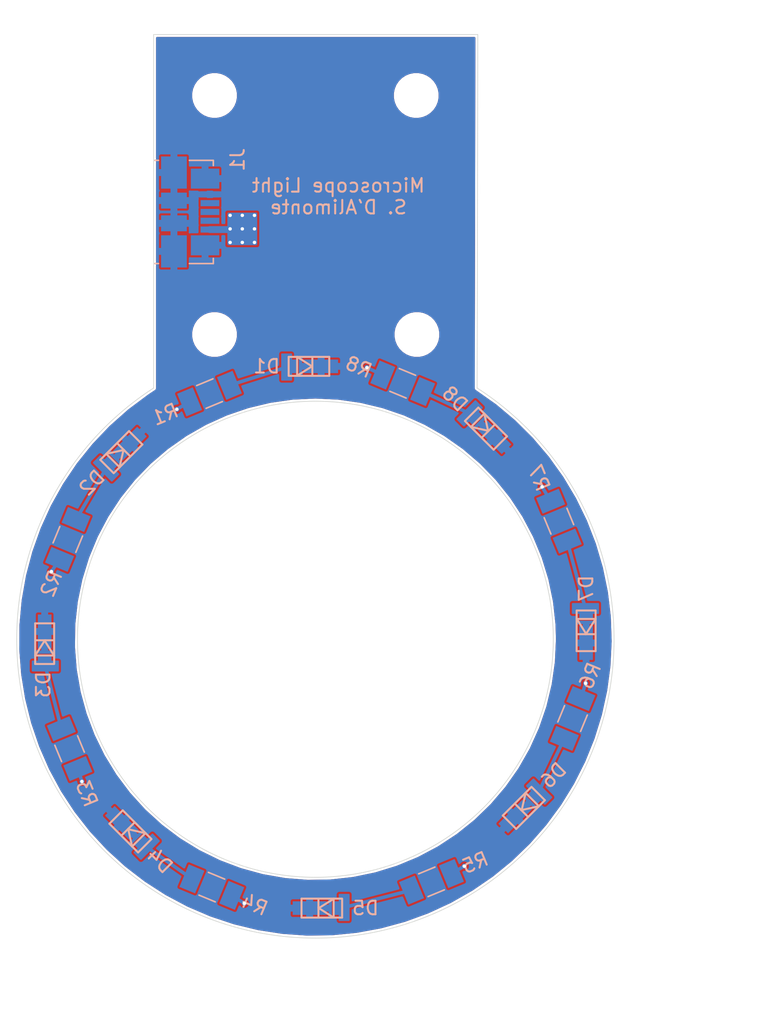
<source format=kicad_pcb>
(kicad_pcb (version 20171130) (host pcbnew "(5.1.0)-1")

  (general
    (thickness 1.6)
    (drawings 16)
    (tracks 34)
    (zones 0)
    (modules 21)
    (nets 11)
  )

  (page USLetter)
  (title_block
    (title "MIcroscope Light")
    (date 2019-05-05)
    (rev 0B)
    (company "Shawn D'Alimonte")
  )

  (layers
    (0 F.Cu signal)
    (31 B.Cu signal)
    (32 B.Adhes user)
    (33 F.Adhes user)
    (34 B.Paste user)
    (35 F.Paste user)
    (36 B.SilkS user)
    (37 F.SilkS user)
    (38 B.Mask user)
    (39 F.Mask user)
    (40 Dwgs.User user hide)
    (41 Cmts.User user)
    (42 Eco1.User user)
    (43 Eco2.User user)
    (44 Edge.Cuts user)
    (45 Margin user)
    (46 B.CrtYd user)
    (47 F.CrtYd user)
    (48 B.Fab user hide)
    (49 F.Fab user hide)
  )

  (setup
    (last_trace_width 0.1524)
    (user_trace_width 0.1524)
    (user_trace_width 0.2032)
    (user_trace_width 0.254)
    (user_trace_width 0.381)
    (user_trace_width 0.508)
    (trace_clearance 0.1524)
    (zone_clearance 0.1524)
    (zone_45_only no)
    (trace_min 0.1524)
    (via_size 0.381)
    (via_drill 0.254)
    (via_min_size 0.381)
    (via_min_drill 0.254)
    (user_via 0.381 0.254)
    (user_via 0.508 0.381)
    (user_via 0.635 0.508)
    (user_via 0.762 0.635)
    (uvia_size 0.3)
    (uvia_drill 0.1)
    (uvias_allowed no)
    (uvia_min_size 0.2)
    (uvia_min_drill 0.1)
    (edge_width 0.05)
    (segment_width 0.2)
    (pcb_text_width 0.3)
    (pcb_text_size 1.5 1.5)
    (mod_edge_width 0.12)
    (mod_text_size 1 1)
    (mod_text_width 0.15)
    (pad_size 1.524 1.524)
    (pad_drill 0.762)
    (pad_to_mask_clearance 0.0508)
    (solder_mask_min_width 0.1016)
    (aux_axis_origin 0 0)
    (visible_elements 7FFDFFFF)
    (pcbplotparams
      (layerselection 0x010f0_ffffffff)
      (usegerberextensions false)
      (usegerberattributes false)
      (usegerberadvancedattributes false)
      (creategerberjobfile false)
      (excludeedgelayer false)
      (linewidth 0.100000)
      (plotframeref false)
      (viasonmask false)
      (mode 1)
      (useauxorigin false)
      (hpglpennumber 1)
      (hpglpenspeed 20)
      (hpglpendiameter 15.000000)
      (psnegative false)
      (psa4output false)
      (plotreference false)
      (plotvalue false)
      (plotinvisibletext false)
      (padsonsilk false)
      (subtractmaskfromsilk true)
      (outputformat 1)
      (mirror false)
      (drillshape 0)
      (scaleselection 1)
      (outputdirectory "Output/"))
  )

  (net 0 "")
  (net 1 "Net-(D1-Pad2)")
  (net 2 GND)
  (net 3 "Net-(D2-Pad2)")
  (net 4 "Net-(D3-Pad2)")
  (net 5 "Net-(D4-Pad2)")
  (net 6 "Net-(D5-Pad2)")
  (net 7 "Net-(D6-Pad2)")
  (net 8 "Net-(D7-Pad2)")
  (net 9 "Net-(D8-Pad2)")
  (net 10 +5V)

  (net_class Default "This is the default net class."
    (clearance 0.1524)
    (trace_width 0.1524)
    (via_dia 0.381)
    (via_drill 0.254)
    (uvia_dia 0.3)
    (uvia_drill 0.1)
    (add_net +5V)
    (add_net GND)
    (add_net "Net-(D1-Pad2)")
    (add_net "Net-(D2-Pad2)")
    (add_net "Net-(D3-Pad2)")
    (add_net "Net-(D4-Pad2)")
    (add_net "Net-(D5-Pad2)")
    (add_net "Net-(D6-Pad2)")
    (add_net "Net-(D7-Pad2)")
    (add_net "Net-(D8-Pad2)")
  )

  (module Connector_USB:USB_Micro-B_Molex_47346-0001 (layer B.Cu) (tedit 5A1DC0BD) (tstamp 5C97F70C)
    (at 120.25 59.95 90)
    (descr "Micro USB B receptable with flange, bottom-mount, SMD, right-angle (http://www.molex.com/pdm_docs/sd/473460001_sd.pdf)")
    (tags "Micro B USB SMD")
    (path /5C979B5A)
    (attr smd)
    (fp_text reference J1 (at 3.86 3.5 -90) (layer B.SilkS)
      (effects (font (size 1 1) (thickness 0.15)) (justify mirror))
    )
    (fp_text value USB_B_Micro (at 0 -4.6 -90) (layer B.Fab)
      (effects (font (size 1 1) (thickness 0.15)) (justify mirror))
    )
    (fp_line (start -3.25 -2.65) (end 3.25 -2.65) (layer B.Fab) (width 0.1))
    (fp_line (start -3.81 -2.6) (end -3.81 -2.34) (layer B.SilkS) (width 0.12))
    (fp_line (start -3.81 -0.06) (end -3.81 1.71) (layer B.SilkS) (width 0.12))
    (fp_line (start -3.81 1.71) (end -3.43 1.71) (layer B.SilkS) (width 0.12))
    (fp_line (start 3.81 1.71) (end 3.81 -0.06) (layer B.SilkS) (width 0.12))
    (fp_line (start 3.81 -2.34) (end 3.81 -2.6) (layer B.SilkS) (width 0.12))
    (fp_line (start -3.75 -3.35) (end -3.75 1.65) (layer B.Fab) (width 0.1))
    (fp_line (start -3.75 1.65) (end 3.75 1.65) (layer B.Fab) (width 0.1))
    (fp_line (start 3.75 1.65) (end 3.75 -3.35) (layer B.Fab) (width 0.1))
    (fp_line (start 3.75 -3.35) (end -3.75 -3.35) (layer B.Fab) (width 0.1))
    (fp_line (start -4.6 -3.9) (end -4.6 2.7) (layer B.CrtYd) (width 0.05))
    (fp_line (start -4.6 2.7) (end 4.6 2.7) (layer B.CrtYd) (width 0.05))
    (fp_line (start 4.6 2.7) (end 4.6 -3.9) (layer B.CrtYd) (width 0.05))
    (fp_line (start 4.6 -3.9) (end -4.6 -3.9) (layer B.CrtYd) (width 0.05))
    (fp_line (start 3.81 1.71) (end 3.43 1.71) (layer B.SilkS) (width 0.12))
    (fp_text user %R (at 0 -1.2 90) (layer B.Fab)
      (effects (font (size 1 1) (thickness 0.15)) (justify mirror))
    )
    (fp_text user "PCB Edge" (at 0 -2.67 -90) (layer Dwgs.User)
      (effects (font (size 0.4 0.4) (thickness 0.04)))
    )
    (pad 6 smd rect (at 0.84 -1.2 90) (size 1.175 1.9) (layers B.Cu B.Paste B.Mask)
      (net 2 GND))
    (pad 6 smd rect (at -0.84 -1.2 90) (size 1.175 1.9) (layers B.Cu B.Paste B.Mask)
      (net 2 GND))
    (pad 6 smd rect (at 2.91 -1.2 90) (size 2.375 1.9) (layers B.Cu B.Paste B.Mask)
      (net 2 GND))
    (pad 6 smd rect (at -2.91 -1.2 90) (size 2.375 1.9) (layers B.Cu B.Paste B.Mask)
      (net 2 GND))
    (pad 6 smd rect (at 2.4625 1.1 90) (size 1.475 2.1) (layers B.Cu B.Paste B.Mask)
      (net 2 GND))
    (pad 6 smd rect (at -2.4625 1.1 90) (size 1.475 2.1) (layers B.Cu B.Paste B.Mask)
      (net 2 GND))
    (pad 5 smd rect (at 1.3 1.46 90) (size 0.45 1.38) (layers B.Cu B.Paste B.Mask)
      (net 2 GND))
    (pad 4 smd rect (at 0.65 1.46 90) (size 0.45 1.38) (layers B.Cu B.Paste B.Mask))
    (pad 3 smd rect (at 0 1.46 90) (size 0.45 1.38) (layers B.Cu B.Paste B.Mask))
    (pad 2 smd rect (at -0.65 1.46 90) (size 0.45 1.38) (layers B.Cu B.Paste B.Mask))
    (pad 1 smd rect (at -1.3 1.46 90) (size 0.45 1.38) (layers B.Cu B.Paste B.Mask)
      (net 10 +5V))
    (model ${KISYS3DMOD}/Connector_USB.3dshapes/USB_Micro-B_Molex_47346-0001.wrl
      (at (xyz 0 0 0))
      (scale (xyz 1 1 1))
      (rotate (xyz 0 0 0))
    )
  )

  (module MountingHole:MountingHole_3mm (layer F.Cu) (tedit 56D1B4CB) (tstamp 5C97EBFA)
    (at 122.05 51.35)
    (descr "Mounting Hole 3mm, no annular")
    (tags "mounting hole 3mm no annular")
    (path /5C99C419)
    (attr virtual)
    (fp_text reference MK1 (at 0 -4) (layer F.SilkS) hide
      (effects (font (size 1 1) (thickness 0.15)))
    )
    (fp_text value Mounting_Hole (at 0 4) (layer F.Fab)
      (effects (font (size 1 1) (thickness 0.15)))
    )
    (fp_circle (center 0 0) (end 3.25 0) (layer F.CrtYd) (width 0.05))
    (fp_circle (center 0 0) (end 3 0) (layer Cmts.User) (width 0.15))
    (fp_text user %R (at 0.3 0) (layer F.Fab)
      (effects (font (size 1 1) (thickness 0.15)))
    )
    (pad 1 np_thru_hole circle (at 0 0) (size 3 3) (drill 3) (layers *.Cu *.Mask))
  )

  (module MountingHole:MountingHole_3mm (layer F.Cu) (tedit 56D1B4CB) (tstamp 5C97EC02)
    (at 136.95 51.35)
    (descr "Mounting Hole 3mm, no annular")
    (tags "mounting hole 3mm no annular")
    (path /5C99D451)
    (attr virtual)
    (fp_text reference MK2 (at 0 -4) (layer F.SilkS) hide
      (effects (font (size 1 1) (thickness 0.15)))
    )
    (fp_text value Mounting_Hole (at 0 4) (layer F.Fab)
      (effects (font (size 1 1) (thickness 0.15)))
    )
    (fp_circle (center 0 0) (end 3.25 0) (layer F.CrtYd) (width 0.05))
    (fp_circle (center 0 0) (end 3 0) (layer Cmts.User) (width 0.15))
    (fp_text user %R (at 0.3 0) (layer F.Fab)
      (effects (font (size 1 1) (thickness 0.15)))
    )
    (pad 1 np_thru_hole circle (at 0 0) (size 3 3) (drill 3) (layers *.Cu *.Mask))
  )

  (module MountingHole:MountingHole_3mm (layer F.Cu) (tedit 56D1B4CB) (tstamp 5C97EC0A)
    (at 122.05 69)
    (descr "Mounting Hole 3mm, no annular")
    (tags "mounting hole 3mm no annular")
    (path /5C99D7F3)
    (attr virtual)
    (fp_text reference MK3 (at 0 -4) (layer F.SilkS) hide
      (effects (font (size 1 1) (thickness 0.15)))
    )
    (fp_text value Mounting_Hole (at 0 4) (layer F.Fab)
      (effects (font (size 1 1) (thickness 0.15)))
    )
    (fp_circle (center 0 0) (end 3.25 0) (layer F.CrtYd) (width 0.05))
    (fp_circle (center 0 0) (end 3 0) (layer Cmts.User) (width 0.15))
    (fp_text user %R (at 0.3 0) (layer F.Fab)
      (effects (font (size 1 1) (thickness 0.15)))
    )
    (pad 1 np_thru_hole circle (at 0 0) (size 3 3) (drill 3) (layers *.Cu *.Mask))
  )

  (module MountingHole:MountingHole_3mm (layer F.Cu) (tedit 56D1B4CB) (tstamp 5C97EC12)
    (at 137 69)
    (descr "Mounting Hole 3mm, no annular")
    (tags "mounting hole 3mm no annular")
    (path /5C99DB93)
    (attr virtual)
    (fp_text reference MK4 (at 0 -4) (layer F.SilkS) hide
      (effects (font (size 1 1) (thickness 0.15)))
    )
    (fp_text value Mounting_Hole (at 0 4) (layer F.Fab)
      (effects (font (size 1 1) (thickness 0.15)))
    )
    (fp_circle (center 0 0) (end 3.25 0) (layer F.CrtYd) (width 0.05))
    (fp_circle (center 0 0) (end 3 0) (layer Cmts.User) (width 0.15))
    (fp_text user %R (at 0.3 0) (layer F.Fab)
      (effects (font (size 1 1) (thickness 0.15)))
    )
    (pad 1 np_thru_hole circle (at 0 0) (size 3 3) (drill 3) (layers *.Cu *.Mask))
  )

  (module Resistor_SMD:R_1206_3216Metric_Pad1.24x1.80mm_HandSolder (layer B.Cu) (tedit 59FE48B8) (tstamp 5C97EC43)
    (at 121.678722 73.359423 22.5)
    (descr "Resistor SMD 1206 (3216 Metric), square (rectangular) end terminal, IPC_7351 nominal with elongated pad for handsoldering. (Body size source: http://www.tortai-tech.com/upload/download/2011102023233369053.pdf), generated with kicad-footprint-generator")
    (tags "resistor handsolder")
    (path /5C97D113)
    (attr smd)
    (fp_text reference R1 (at -3.618697 0.168595 22.5) (layer B.SilkS)
      (effects (font (size 1 1) (thickness 0.15)) (justify mirror))
    )
    (fp_text value 39 (at 0 -2.05 22.5) (layer B.Fab)
      (effects (font (size 1 1) (thickness 0.15)) (justify mirror))
    )
    (fp_text user %R (at 0 0 22.5) (layer B.Fab)
      (effects (font (size 0.8 0.8) (thickness 0.12)) (justify mirror))
    )
    (fp_line (start 2.46 -1.15) (end -2.46 -1.15) (layer B.CrtYd) (width 0.05))
    (fp_line (start 2.46 1.15) (end 2.46 -1.15) (layer B.CrtYd) (width 0.05))
    (fp_line (start -2.46 1.15) (end 2.46 1.15) (layer B.CrtYd) (width 0.05))
    (fp_line (start -2.46 -1.15) (end -2.46 1.15) (layer B.CrtYd) (width 0.05))
    (fp_line (start -0.65 -0.91) (end 0.65 -0.91) (layer B.SilkS) (width 0.12))
    (fp_line (start -0.65 0.91) (end 0.65 0.91) (layer B.SilkS) (width 0.12))
    (fp_line (start 1.6 -0.8) (end -1.6 -0.8) (layer B.Fab) (width 0.1))
    (fp_line (start 1.6 0.8) (end 1.6 -0.8) (layer B.Fab) (width 0.1))
    (fp_line (start -1.6 0.8) (end 1.6 0.8) (layer B.Fab) (width 0.1))
    (fp_line (start -1.6 -0.8) (end -1.6 0.8) (layer B.Fab) (width 0.1))
    (pad 2 smd rect (at 1.5925 0 22.5) (size 1.245 1.8) (layers B.Cu B.Paste B.Mask)
      (net 1 "Net-(D1-Pad2)"))
    (pad 1 smd rect (at -1.5925 0 22.5) (size 1.245 1.8) (layers B.Cu B.Paste B.Mask)
      (net 10 +5V))
    (model ${KISYS3DMOD}/Resistor_SMD.3dshapes/R_1206_3216Metric.wrl
      (at (xyz 0 0 0))
      (scale (xyz 1 1 1))
      (rotate (xyz 0 0 0))
    )
  )

  (module Resistor_SMD:R_1206_3216Metric_Pad1.24x1.80mm_HandSolder (layer B.Cu) (tedit 59FE48B8) (tstamp 5C97EC54)
    (at 111.209423 84.128722 67.5)
    (descr "Resistor SMD 1206 (3216 Metric), square (rectangular) end terminal, IPC_7351 nominal with elongated pad for handsoldering. (Body size source: http://www.tortai-tech.com/upload/download/2011102023233369053.pdf), generated with kicad-footprint-generator")
    (tags "resistor handsolder")
    (path /5C97F742)
    (attr smd)
    (fp_text reference R2 (at -3.485093 0.134503 67.5) (layer B.SilkS)
      (effects (font (size 1 1) (thickness 0.15)) (justify mirror))
    )
    (fp_text value 39 (at 0 -2.05 67.5) (layer B.Fab)
      (effects (font (size 1 1) (thickness 0.15)) (justify mirror))
    )
    (fp_text user %R (at 0 0 67.5) (layer B.Fab)
      (effects (font (size 0.8 0.8) (thickness 0.12)) (justify mirror))
    )
    (fp_line (start 2.46 -1.15) (end -2.46 -1.15) (layer B.CrtYd) (width 0.05))
    (fp_line (start 2.46 1.15) (end 2.46 -1.15) (layer B.CrtYd) (width 0.05))
    (fp_line (start -2.46 1.15) (end 2.46 1.15) (layer B.CrtYd) (width 0.05))
    (fp_line (start -2.46 -1.15) (end -2.46 1.15) (layer B.CrtYd) (width 0.05))
    (fp_line (start -0.65 -0.91) (end 0.65 -0.91) (layer B.SilkS) (width 0.12))
    (fp_line (start -0.65 0.91) (end 0.65 0.91) (layer B.SilkS) (width 0.12))
    (fp_line (start 1.6 -0.8) (end -1.6 -0.8) (layer B.Fab) (width 0.1))
    (fp_line (start 1.6 0.8) (end 1.6 -0.8) (layer B.Fab) (width 0.1))
    (fp_line (start -1.6 0.8) (end 1.6 0.8) (layer B.Fab) (width 0.1))
    (fp_line (start -1.6 -0.8) (end -1.6 0.8) (layer B.Fab) (width 0.1))
    (pad 2 smd rect (at 1.5925 0 67.5) (size 1.245 1.8) (layers B.Cu B.Paste B.Mask)
      (net 3 "Net-(D2-Pad2)"))
    (pad 1 smd rect (at -1.5925 0 67.5) (size 1.245 1.8) (layers B.Cu B.Paste B.Mask)
      (net 10 +5V))
    (model ${KISYS3DMOD}/Resistor_SMD.3dshapes/R_1206_3216Metric.wrl
      (at (xyz 0 0 0))
      (scale (xyz 1 1 1))
      (rotate (xyz 0 0 0))
    )
  )

  (module Resistor_SMD:R_1206_3216Metric_Pad1.24x1.80mm_HandSolder (layer B.Cu) (tedit 59FE48B8) (tstamp 5C97EC65)
    (at 111.340577 99.578722 112.5)
    (descr "Resistor SMD 1206 (3216 Metric), square (rectangular) end terminal, IPC_7351 nominal with elongated pad for handsoldering. (Body size source: http://www.tortai-tech.com/upload/download/2011102023233369053.pdf), generated with kicad-footprint-generator")
    (tags "resistor handsolder")
    (path /5C98387B)
    (attr smd)
    (fp_text reference R3 (at -3.550421 -0.107443 112.5) (layer B.SilkS)
      (effects (font (size 1 1) (thickness 0.15)) (justify mirror))
    )
    (fp_text value 39 (at 0 -2.05 112.5) (layer B.Fab)
      (effects (font (size 1 1) (thickness 0.15)) (justify mirror))
    )
    (fp_text user %R (at 0 0 112.5) (layer B.Fab)
      (effects (font (size 0.8 0.8) (thickness 0.12)) (justify mirror))
    )
    (fp_line (start 2.46 -1.15) (end -2.46 -1.15) (layer B.CrtYd) (width 0.05))
    (fp_line (start 2.46 1.15) (end 2.46 -1.15) (layer B.CrtYd) (width 0.05))
    (fp_line (start -2.46 1.15) (end 2.46 1.15) (layer B.CrtYd) (width 0.05))
    (fp_line (start -2.46 -1.15) (end -2.46 1.15) (layer B.CrtYd) (width 0.05))
    (fp_line (start -0.65 -0.91) (end 0.65 -0.91) (layer B.SilkS) (width 0.12))
    (fp_line (start -0.65 0.91) (end 0.65 0.91) (layer B.SilkS) (width 0.12))
    (fp_line (start 1.6 -0.8) (end -1.6 -0.8) (layer B.Fab) (width 0.1))
    (fp_line (start 1.6 0.8) (end 1.6 -0.8) (layer B.Fab) (width 0.1))
    (fp_line (start -1.6 0.8) (end 1.6 0.8) (layer B.Fab) (width 0.1))
    (fp_line (start -1.6 -0.8) (end -1.6 0.8) (layer B.Fab) (width 0.1))
    (pad 2 smd rect (at 1.5925 0 112.5) (size 1.245 1.8) (layers B.Cu B.Paste B.Mask)
      (net 4 "Net-(D3-Pad2)"))
    (pad 1 smd rect (at -1.5925 0 112.5) (size 1.245 1.8) (layers B.Cu B.Paste B.Mask)
      (net 10 +5V))
    (model ${KISYS3DMOD}/Resistor_SMD.3dshapes/R_1206_3216Metric.wrl
      (at (xyz 0 0 0))
      (scale (xyz 1 1 1))
      (rotate (xyz 0 0 0))
    )
  )

  (module Resistor_SMD:R_1206_3216Metric_Pad1.24x1.80mm_HandSolder (layer B.Cu) (tedit 59FE48B8) (tstamp 5C97EC76)
    (at 121.85 109.8 157.5)
    (descr "Resistor SMD 1206 (3216 Metric), square (rectangular) end terminal, IPC_7351 nominal with elongated pad for handsoldering. (Body size source: http://www.tortai-tech.com/upload/download/2011102023233369053.pdf), generated with kicad-footprint-generator")
    (tags "resistor handsolder")
    (path /5C983893)
    (attr smd)
    (fp_text reference R4 (at -3.407709 0.004409 157.5) (layer B.SilkS)
      (effects (font (size 1 1) (thickness 0.15)) (justify mirror))
    )
    (fp_text value 39 (at 0 -2.05 157.5) (layer B.Fab)
      (effects (font (size 1 1) (thickness 0.15)) (justify mirror))
    )
    (fp_text user %R (at 0 0 157.5) (layer B.Fab)
      (effects (font (size 0.8 0.8) (thickness 0.12)) (justify mirror))
    )
    (fp_line (start 2.46 -1.15) (end -2.46 -1.15) (layer B.CrtYd) (width 0.05))
    (fp_line (start 2.46 1.15) (end 2.46 -1.15) (layer B.CrtYd) (width 0.05))
    (fp_line (start -2.46 1.15) (end 2.46 1.15) (layer B.CrtYd) (width 0.05))
    (fp_line (start -2.46 -1.15) (end -2.46 1.15) (layer B.CrtYd) (width 0.05))
    (fp_line (start -0.65 -0.91) (end 0.65 -0.91) (layer B.SilkS) (width 0.12))
    (fp_line (start -0.65 0.91) (end 0.65 0.91) (layer B.SilkS) (width 0.12))
    (fp_line (start 1.6 -0.8) (end -1.6 -0.8) (layer B.Fab) (width 0.1))
    (fp_line (start 1.6 0.8) (end 1.6 -0.8) (layer B.Fab) (width 0.1))
    (fp_line (start -1.6 0.8) (end 1.6 0.8) (layer B.Fab) (width 0.1))
    (fp_line (start -1.6 -0.8) (end -1.6 0.8) (layer B.Fab) (width 0.1))
    (pad 2 smd rect (at 1.5925 0 157.5) (size 1.245 1.8) (layers B.Cu B.Paste B.Mask)
      (net 5 "Net-(D4-Pad2)"))
    (pad 1 smd rect (at -1.5925 0 157.5) (size 1.245 1.8) (layers B.Cu B.Paste B.Mask)
      (net 10 +5V))
    (model ${KISYS3DMOD}/Resistor_SMD.3dshapes/R_1206_3216Metric.wrl
      (at (xyz 0 0 0))
      (scale (xyz 1 1 1))
      (rotate (xyz 0 0 0))
    )
  )

  (module Resistor_SMD:R_1206_3216Metric_Pad1.24x1.80mm_HandSolder (layer B.Cu) (tedit 59FE48B8) (tstamp 5C97EC87)
    (at 138.078722 109.409423 202.5)
    (descr "Resistor SMD 1206 (3216 Metric), square (rectangular) end terminal, IPC_7351 nominal with elongated pad for handsoldering. (Body size source: http://www.tortai-tech.com/upload/download/2011102023233369053.pdf), generated with kicad-footprint-generator")
    (tags "resistor handsolder")
    (path /5C986415)
    (attr smd)
    (fp_text reference R5 (at -3.515436 0.069407 202.5) (layer B.SilkS)
      (effects (font (size 1 1) (thickness 0.15)) (justify mirror))
    )
    (fp_text value 39 (at 0 -2.05 202.5) (layer B.Fab)
      (effects (font (size 1 1) (thickness 0.15)) (justify mirror))
    )
    (fp_text user %R (at 0 0 202.5) (layer B.Fab)
      (effects (font (size 0.8 0.8) (thickness 0.12)) (justify mirror))
    )
    (fp_line (start 2.46 -1.15) (end -2.46 -1.15) (layer B.CrtYd) (width 0.05))
    (fp_line (start 2.46 1.15) (end 2.46 -1.15) (layer B.CrtYd) (width 0.05))
    (fp_line (start -2.46 1.15) (end 2.46 1.15) (layer B.CrtYd) (width 0.05))
    (fp_line (start -2.46 -1.15) (end -2.46 1.15) (layer B.CrtYd) (width 0.05))
    (fp_line (start -0.65 -0.91) (end 0.65 -0.91) (layer B.SilkS) (width 0.12))
    (fp_line (start -0.65 0.91) (end 0.65 0.91) (layer B.SilkS) (width 0.12))
    (fp_line (start 1.6 -0.8) (end -1.6 -0.8) (layer B.Fab) (width 0.1))
    (fp_line (start 1.6 0.8) (end 1.6 -0.8) (layer B.Fab) (width 0.1))
    (fp_line (start -1.6 0.8) (end 1.6 0.8) (layer B.Fab) (width 0.1))
    (fp_line (start -1.6 -0.8) (end -1.6 0.8) (layer B.Fab) (width 0.1))
    (pad 2 smd rect (at 1.5925 0 202.5) (size 1.245 1.8) (layers B.Cu B.Paste B.Mask)
      (net 6 "Net-(D5-Pad2)"))
    (pad 1 smd rect (at -1.5925 0 202.5) (size 1.245 1.8) (layers B.Cu B.Paste B.Mask)
      (net 10 +5V))
    (model ${KISYS3DMOD}/Resistor_SMD.3dshapes/R_1206_3216Metric.wrl
      (at (xyz 0 0 0))
      (scale (xyz 1 1 1))
      (rotate (xyz 0 0 0))
    )
  )

  (module Resistor_SMD:R_1206_3216Metric_Pad1.24x1.80mm_HandSolder (layer B.Cu) (tedit 59FE48B8) (tstamp 5C97EC98)
    (at 148.5 97.35 247.5)
    (descr "Resistor SMD 1206 (3216 Metric), square (rectangular) end terminal, IPC_7351 nominal with elongated pad for handsoldering. (Body size source: http://www.tortai-tech.com/upload/download/2011102023233369053.pdf), generated with kicad-footprint-generator")
    (tags "resistor handsolder")
    (path /5C98642D)
    (attr smd)
    (fp_text reference R6 (at -3.407709 0.004409 247.5) (layer B.SilkS)
      (effects (font (size 1 1) (thickness 0.15)) (justify mirror))
    )
    (fp_text value 39 (at 0 -2.05 247.5) (layer B.Fab)
      (effects (font (size 1 1) (thickness 0.15)) (justify mirror))
    )
    (fp_text user %R (at 0 0 247.5) (layer B.Fab)
      (effects (font (size 0.8 0.8) (thickness 0.12)) (justify mirror))
    )
    (fp_line (start 2.46 -1.15) (end -2.46 -1.15) (layer B.CrtYd) (width 0.05))
    (fp_line (start 2.46 1.15) (end 2.46 -1.15) (layer B.CrtYd) (width 0.05))
    (fp_line (start -2.46 1.15) (end 2.46 1.15) (layer B.CrtYd) (width 0.05))
    (fp_line (start -2.46 -1.15) (end -2.46 1.15) (layer B.CrtYd) (width 0.05))
    (fp_line (start -0.65 -0.91) (end 0.65 -0.91) (layer B.SilkS) (width 0.12))
    (fp_line (start -0.65 0.91) (end 0.65 0.91) (layer B.SilkS) (width 0.12))
    (fp_line (start 1.6 -0.8) (end -1.6 -0.8) (layer B.Fab) (width 0.1))
    (fp_line (start 1.6 0.8) (end 1.6 -0.8) (layer B.Fab) (width 0.1))
    (fp_line (start -1.6 0.8) (end 1.6 0.8) (layer B.Fab) (width 0.1))
    (fp_line (start -1.6 -0.8) (end -1.6 0.8) (layer B.Fab) (width 0.1))
    (pad 2 smd rect (at 1.5925 0 247.5) (size 1.245 1.8) (layers B.Cu B.Paste B.Mask)
      (net 7 "Net-(D6-Pad2)"))
    (pad 1 smd rect (at -1.5925 0 247.5) (size 1.245 1.8) (layers B.Cu B.Paste B.Mask)
      (net 10 +5V))
    (model ${KISYS3DMOD}/Resistor_SMD.3dshapes/R_1206_3216Metric.wrl
      (at (xyz 0 0 0))
      (scale (xyz 1 1 1))
      (rotate (xyz 0 0 0))
    )
  )

  (module Resistor_SMD:R_1206_3216Metric_Pad1.24x1.80mm_HandSolder (layer B.Cu) (tedit 59FE48B8) (tstamp 5C97ECA9)
    (at 147.490577 82.778722 292.5)
    (descr "Resistor SMD 1206 (3216 Metric), square (rectangular) end terminal, IPC_7351 nominal with elongated pad for handsoldering. (Body size source: http://www.tortai-tech.com/upload/download/2011102023233369053.pdf), generated with kicad-footprint-generator")
    (tags "resistor handsolder")
    (path /5C986445)
    (attr smd)
    (fp_text reference R7 (at -3.507175 0.160669 292.5) (layer B.SilkS)
      (effects (font (size 1 1) (thickness 0.15)) (justify mirror))
    )
    (fp_text value 39 (at 0 -2.05 292.5) (layer B.Fab)
      (effects (font (size 1 1) (thickness 0.15)) (justify mirror))
    )
    (fp_text user %R (at 0 0 292.5) (layer B.Fab)
      (effects (font (size 0.8 0.8) (thickness 0.12)) (justify mirror))
    )
    (fp_line (start 2.46 -1.15) (end -2.46 -1.15) (layer B.CrtYd) (width 0.05))
    (fp_line (start 2.46 1.15) (end 2.46 -1.15) (layer B.CrtYd) (width 0.05))
    (fp_line (start -2.46 1.15) (end 2.46 1.15) (layer B.CrtYd) (width 0.05))
    (fp_line (start -2.46 -1.15) (end -2.46 1.15) (layer B.CrtYd) (width 0.05))
    (fp_line (start -0.65 -0.91) (end 0.65 -0.91) (layer B.SilkS) (width 0.12))
    (fp_line (start -0.65 0.91) (end 0.65 0.91) (layer B.SilkS) (width 0.12))
    (fp_line (start 1.6 -0.8) (end -1.6 -0.8) (layer B.Fab) (width 0.1))
    (fp_line (start 1.6 0.8) (end 1.6 -0.8) (layer B.Fab) (width 0.1))
    (fp_line (start -1.6 0.8) (end 1.6 0.8) (layer B.Fab) (width 0.1))
    (fp_line (start -1.6 -0.8) (end -1.6 0.8) (layer B.Fab) (width 0.1))
    (pad 2 smd rect (at 1.5925 0 292.5) (size 1.245 1.8) (layers B.Cu B.Paste B.Mask)
      (net 8 "Net-(D7-Pad2)"))
    (pad 1 smd rect (at -1.5925 0 292.5) (size 1.245 1.8) (layers B.Cu B.Paste B.Mask)
      (net 10 +5V))
    (model ${KISYS3DMOD}/Resistor_SMD.3dshapes/R_1206_3216Metric.wrl
      (at (xyz 0 0 0))
      (scale (xyz 1 1 1))
      (rotate (xyz 0 0 0))
    )
  )

  (module Resistor_SMD:R_1206_3216Metric_Pad1.24x1.80mm_HandSolder (layer B.Cu) (tedit 59FE48B8) (tstamp 5C97F631)
    (at 135.95 72.6 337.5)
    (descr "Resistor SMD 1206 (3216 Metric), square (rectangular) end terminal, IPC_7351 nominal with elongated pad for handsoldering. (Body size source: http://www.tortai-tech.com/upload/download/2011102023233369053.pdf), generated with kicad-footprint-generator")
    (tags "resistor handsolder")
    (path /5C98645D)
    (attr smd)
    (fp_text reference R8 (at -3.461829 0.135066 337.5) (layer B.SilkS)
      (effects (font (size 1 1) (thickness 0.15)) (justify mirror))
    )
    (fp_text value 39 (at 0 -2.05 337.5) (layer B.Fab)
      (effects (font (size 1 1) (thickness 0.15)) (justify mirror))
    )
    (fp_text user %R (at 0 0 337.5) (layer B.Fab)
      (effects (font (size 0.8 0.8) (thickness 0.12)) (justify mirror))
    )
    (fp_line (start 2.46 -1.15) (end -2.46 -1.15) (layer B.CrtYd) (width 0.05))
    (fp_line (start 2.46 1.15) (end 2.46 -1.15) (layer B.CrtYd) (width 0.05))
    (fp_line (start -2.46 1.15) (end 2.46 1.15) (layer B.CrtYd) (width 0.05))
    (fp_line (start -2.46 -1.15) (end -2.46 1.15) (layer B.CrtYd) (width 0.05))
    (fp_line (start -0.65 -0.91) (end 0.65 -0.91) (layer B.SilkS) (width 0.12))
    (fp_line (start -0.65 0.91) (end 0.65 0.91) (layer B.SilkS) (width 0.12))
    (fp_line (start 1.6 -0.8) (end -1.6 -0.8) (layer B.Fab) (width 0.1))
    (fp_line (start 1.6 0.8) (end 1.6 -0.8) (layer B.Fab) (width 0.1))
    (fp_line (start -1.6 0.8) (end 1.6 0.8) (layer B.Fab) (width 0.1))
    (fp_line (start -1.6 -0.8) (end -1.6 0.8) (layer B.Fab) (width 0.1))
    (pad 2 smd rect (at 1.5925 0 337.5) (size 1.245 1.8) (layers B.Cu B.Paste B.Mask)
      (net 9 "Net-(D8-Pad2)"))
    (pad 1 smd rect (at -1.5925 0 337.5) (size 1.245 1.8) (layers B.Cu B.Paste B.Mask)
      (net 10 +5V))
    (model ${KISYS3DMOD}/Resistor_SMD.3dshapes/R_1206_3216Metric.wrl
      (at (xyz 0 0 0))
      (scale (xyz 1 1 1))
      (rotate (xyz 0 0 0))
    )
  )

  (module MIcroscope_Light:MP-3014-1100-27-80 (layer B.Cu) (tedit 5CBBAE2F) (tstamp 5C9807BC)
    (at 129.5 71.35)
    (path /5C97DBDF)
    (fp_text reference D1 (at -3.6 0) (layer B.SilkS)
      (effects (font (size 1 1) (thickness 0.15)) (justify mirror))
    )
    (fp_text value MP-3014-1100-27-80 (at 0 1.775) (layer B.Fab)
      (effects (font (size 1 1) (thickness 0.15)) (justify mirror))
    )
    (fp_line (start -0.225 0.05) (end -0.225 -0.675) (layer B.SilkS) (width 0.15))
    (fp_line (start -0.225 0.025) (end -0.225 0.675) (layer B.SilkS) (width 0.15))
    (fp_line (start -0.25 0) (end -1.375 0.7) (layer B.SilkS) (width 0.15))
    (fp_line (start -1.35 -0.7) (end -0.25 0) (layer B.SilkS) (width 0.15))
    (fp_line (start -1.35 0.7) (end -1.35 -0.7) (layer B.SilkS) (width 0.15))
    (fp_line (start -1.975 -0.7) (end -1.975 0.7) (layer B.SilkS) (width 0.15))
    (fp_line (start 1.025 -0.7) (end -1.975 -0.7) (layer B.SilkS) (width 0.15))
    (fp_line (start 1.025 0.7) (end 1.025 -0.7) (layer B.SilkS) (width 0.15))
    (fp_line (start -1.925 0.7) (end 1.025 0.7) (layer B.SilkS) (width 0.15))
    (pad 1 smd rect (at 0.425 0) (size 2.5 1) (layers B.Cu B.Paste B.Mask)
      (net 2 GND))
    (pad 2 smd custom (at -1.925 0) (size 1.1 1) (layers B.Cu B.Paste B.Mask)
      (net 1 "Net-(D1-Pad2)") (zone_connect 0)
      (options (clearance outline) (anchor rect))
      (primitives
        (gr_poly (pts
           (xy -0.55 1) (xy -0.55 -0.9) (xy 0.15 -0.9) (xy 0.15 1)) (width 0.1))
      ))
  )

  (module MIcroscope_Light:MP-3014-1100-27-80 (layer B.Cu) (tedit 5CBBAE2F) (tstamp 5C981116)
    (at 115.5 77.35 45)
    (path /5C97F74C)
    (fp_text reference D2 (at -3.606245 0.070711 45) (layer B.SilkS)
      (effects (font (size 1 1) (thickness 0.15)) (justify mirror))
    )
    (fp_text value MP-3014-1100-27-80 (at 0 1.775001 45) (layer B.Fab)
      (effects (font (size 1 1) (thickness 0.15)) (justify mirror))
    )
    (fp_line (start -0.225 0.05) (end -0.225 -0.675) (layer B.SilkS) (width 0.15))
    (fp_line (start -0.225 0.025) (end -0.225 0.675) (layer B.SilkS) (width 0.15))
    (fp_line (start -0.25 0) (end -1.375 0.7) (layer B.SilkS) (width 0.15))
    (fp_line (start -1.35 -0.7) (end -0.25 0) (layer B.SilkS) (width 0.15))
    (fp_line (start -1.35 0.7) (end -1.35 -0.7) (layer B.SilkS) (width 0.15))
    (fp_line (start -1.975 -0.7) (end -1.975 0.7) (layer B.SilkS) (width 0.15))
    (fp_line (start 1.025 -0.7) (end -1.975 -0.7) (layer B.SilkS) (width 0.15))
    (fp_line (start 1.025 0.7) (end 1.025 -0.7) (layer B.SilkS) (width 0.15))
    (fp_line (start -1.925 0.7) (end 1.025 0.7) (layer B.SilkS) (width 0.15))
    (pad 1 smd rect (at 0.425 0 45) (size 2.5 1) (layers B.Cu B.Paste B.Mask)
      (net 2 GND))
    (pad 2 smd custom (at -1.925 0 45) (size 1.1 1) (layers B.Cu B.Paste B.Mask)
      (net 3 "Net-(D2-Pad2)") (zone_connect 0)
      (options (clearance outline) (anchor rect))
      (primitives
        (gr_poly (pts
           (xy -0.55 1) (xy -0.55 -0.9) (xy 0.15 -0.9) (xy 0.15 1)) (width 0.1))
      ))
  )

  (module MIcroscope_Light:MP-3014-1100-27-80 (layer B.Cu) (tedit 5CBBAE2F) (tstamp 5C9807D8)
    (at 109.5 91.35 90)
    (path /5C983885)
    (fp_text reference D3 (at -3.5 -0.1 90) (layer B.SilkS)
      (effects (font (size 1 1) (thickness 0.15)) (justify mirror))
    )
    (fp_text value MP-3014-1100-27-80 (at 0 1.775 90) (layer B.Fab)
      (effects (font (size 1 1) (thickness 0.15)) (justify mirror))
    )
    (fp_line (start -0.225 0.05) (end -0.225 -0.675) (layer B.SilkS) (width 0.15))
    (fp_line (start -0.225 0.025) (end -0.225 0.675) (layer B.SilkS) (width 0.15))
    (fp_line (start -0.25 0) (end -1.375 0.7) (layer B.SilkS) (width 0.15))
    (fp_line (start -1.35 -0.7) (end -0.25 0) (layer B.SilkS) (width 0.15))
    (fp_line (start -1.35 0.7) (end -1.35 -0.7) (layer B.SilkS) (width 0.15))
    (fp_line (start -1.975 -0.7) (end -1.975 0.7) (layer B.SilkS) (width 0.15))
    (fp_line (start 1.025 -0.7) (end -1.975 -0.7) (layer B.SilkS) (width 0.15))
    (fp_line (start 1.025 0.7) (end 1.025 -0.7) (layer B.SilkS) (width 0.15))
    (fp_line (start -1.925 0.7) (end 1.025 0.7) (layer B.SilkS) (width 0.15))
    (pad 1 smd rect (at 0.425 0 90) (size 2.5 1) (layers B.Cu B.Paste B.Mask)
      (net 2 GND))
    (pad 2 smd custom (at -1.925 0 90) (size 1.1 1) (layers B.Cu B.Paste B.Mask)
      (net 4 "Net-(D3-Pad2)") (zone_connect 0)
      (options (clearance outline) (anchor rect))
      (primitives
        (gr_poly (pts
           (xy -0.55 1) (xy -0.55 -0.9) (xy 0.15 -0.9) (xy 0.15 1)) (width 0.1))
      ))
  )

  (module MIcroscope_Light:MP-3014-1100-27-80 (layer B.Cu) (tedit 5CBBAE2F) (tstamp 5C9807E6)
    (at 115.5 105.35 135)
    (path /5C98389D)
    (fp_text reference D4 (at -3.535534 0 135) (layer B.SilkS)
      (effects (font (size 1 1) (thickness 0.15)) (justify mirror))
    )
    (fp_text value MP-3014-1100-27-80 (at 0 1.775001 135) (layer B.Fab)
      (effects (font (size 1 1) (thickness 0.15)) (justify mirror))
    )
    (fp_line (start -0.225 0.05) (end -0.225 -0.675) (layer B.SilkS) (width 0.15))
    (fp_line (start -0.225 0.025) (end -0.225 0.675) (layer B.SilkS) (width 0.15))
    (fp_line (start -0.25 0) (end -1.375 0.7) (layer B.SilkS) (width 0.15))
    (fp_line (start -1.35 -0.7) (end -0.25 0) (layer B.SilkS) (width 0.15))
    (fp_line (start -1.35 0.7) (end -1.35 -0.7) (layer B.SilkS) (width 0.15))
    (fp_line (start -1.975 -0.7) (end -1.975 0.7) (layer B.SilkS) (width 0.15))
    (fp_line (start 1.025 -0.7) (end -1.975 -0.7) (layer B.SilkS) (width 0.15))
    (fp_line (start 1.025 0.7) (end 1.025 -0.7) (layer B.SilkS) (width 0.15))
    (fp_line (start -1.925 0.7) (end 1.025 0.7) (layer B.SilkS) (width 0.15))
    (pad 1 smd rect (at 0.425 0 135) (size 2.5 1) (layers B.Cu B.Paste B.Mask)
      (net 2 GND))
    (pad 2 smd custom (at -1.925 0 135) (size 1.1 1) (layers B.Cu B.Paste B.Mask)
      (net 5 "Net-(D4-Pad2)") (zone_connect 0)
      (options (clearance outline) (anchor rect))
      (primitives
        (gr_poly (pts
           (xy -0.55 1) (xy -0.55 -0.9) (xy 0.15 -0.9) (xy 0.15 1)) (width 0.1))
      ))
  )

  (module MIcroscope_Light:MP-3014-1100-27-80 (layer B.Cu) (tedit 5CBBAE2F) (tstamp 5C9807F4)
    (at 129.5 111.35 180)
    (path /5C98641F)
    (fp_text reference D5 (at -3.7 0 180) (layer B.SilkS)
      (effects (font (size 1 1) (thickness 0.15)) (justify mirror))
    )
    (fp_text value MP-3014-1100-27-80 (at 0 1.775 180) (layer B.Fab)
      (effects (font (size 1 1) (thickness 0.15)) (justify mirror))
    )
    (fp_line (start -0.225 0.05) (end -0.225 -0.675) (layer B.SilkS) (width 0.15))
    (fp_line (start -0.225 0.025) (end -0.225 0.675) (layer B.SilkS) (width 0.15))
    (fp_line (start -0.25 0) (end -1.375 0.7) (layer B.SilkS) (width 0.15))
    (fp_line (start -1.35 -0.7) (end -0.25 0) (layer B.SilkS) (width 0.15))
    (fp_line (start -1.35 0.7) (end -1.35 -0.7) (layer B.SilkS) (width 0.15))
    (fp_line (start -1.975 -0.7) (end -1.975 0.7) (layer B.SilkS) (width 0.15))
    (fp_line (start 1.025 -0.7) (end -1.975 -0.7) (layer B.SilkS) (width 0.15))
    (fp_line (start 1.025 0.7) (end 1.025 -0.7) (layer B.SilkS) (width 0.15))
    (fp_line (start -1.925 0.7) (end 1.025 0.7) (layer B.SilkS) (width 0.15))
    (pad 1 smd rect (at 0.425 0 180) (size 2.5 1) (layers B.Cu B.Paste B.Mask)
      (net 2 GND))
    (pad 2 smd custom (at -1.925 0 180) (size 1.1 1) (layers B.Cu B.Paste B.Mask)
      (net 6 "Net-(D5-Pad2)") (zone_connect 0)
      (options (clearance outline) (anchor rect))
      (primitives
        (gr_poly (pts
           (xy -0.55 1) (xy -0.55 -0.9) (xy 0.15 -0.9) (xy 0.15 1)) (width 0.1))
      ))
  )

  (module MIcroscope_Light:MP-3014-1100-27-80 (layer B.Cu) (tedit 5CBBAE2F) (tstamp 5C980802)
    (at 144.564196 104.285804 225)
    (path /5C986437)
    (fp_text reference D6 (at -3.72759 0.141421 225) (layer B.SilkS)
      (effects (font (size 1 1) (thickness 0.15)) (justify mirror))
    )
    (fp_text value MP-3014-1100-27-80 (at 0 1.775001 225) (layer B.Fab)
      (effects (font (size 1 1) (thickness 0.15)) (justify mirror))
    )
    (fp_line (start -0.225 0.05) (end -0.225 -0.675) (layer B.SilkS) (width 0.15))
    (fp_line (start -0.225 0.025) (end -0.225 0.675) (layer B.SilkS) (width 0.15))
    (fp_line (start -0.25 0) (end -1.375 0.7) (layer B.SilkS) (width 0.15))
    (fp_line (start -1.35 -0.7) (end -0.25 0) (layer B.SilkS) (width 0.15))
    (fp_line (start -1.35 0.7) (end -1.35 -0.7) (layer B.SilkS) (width 0.15))
    (fp_line (start -1.975 -0.7) (end -1.975 0.7) (layer B.SilkS) (width 0.15))
    (fp_line (start 1.025 -0.7) (end -1.975 -0.7) (layer B.SilkS) (width 0.15))
    (fp_line (start 1.025 0.7) (end 1.025 -0.7) (layer B.SilkS) (width 0.15))
    (fp_line (start -1.925 0.7) (end 1.025 0.7) (layer B.SilkS) (width 0.15))
    (pad 1 smd rect (at 0.425 0 225) (size 2.5 1) (layers B.Cu B.Paste B.Mask)
      (net 2 GND))
    (pad 2 smd custom (at -1.925 0 225) (size 1.1 1) (layers B.Cu B.Paste B.Mask)
      (net 7 "Net-(D6-Pad2)") (zone_connect 0)
      (options (clearance outline) (anchor rect))
      (primitives
        (gr_poly (pts
           (xy -0.55 1) (xy -0.55 -0.9) (xy 0.15 -0.9) (xy 0.15 1)) (width 0.1))
      ))
  )

  (module MIcroscope_Light:MP-3014-1100-27-80 (layer B.Cu) (tedit 5CBBAE2F) (tstamp 5C980810)
    (at 149.5 91.35 270)
    (path /5C98644F)
    (fp_text reference D7 (at -3.6 0 270) (layer B.SilkS)
      (effects (font (size 1 1) (thickness 0.15)) (justify mirror))
    )
    (fp_text value MP-3014-1100-27-80 (at 0 1.775 270) (layer B.Fab)
      (effects (font (size 1 1) (thickness 0.15)) (justify mirror))
    )
    (fp_line (start -0.225 0.05) (end -0.225 -0.675) (layer B.SilkS) (width 0.15))
    (fp_line (start -0.225 0.025) (end -0.225 0.675) (layer B.SilkS) (width 0.15))
    (fp_line (start -0.25 0) (end -1.375 0.7) (layer B.SilkS) (width 0.15))
    (fp_line (start -1.35 -0.7) (end -0.25 0) (layer B.SilkS) (width 0.15))
    (fp_line (start -1.35 0.7) (end -1.35 -0.7) (layer B.SilkS) (width 0.15))
    (fp_line (start -1.975 -0.7) (end -1.975 0.7) (layer B.SilkS) (width 0.15))
    (fp_line (start 1.025 -0.7) (end -1.975 -0.7) (layer B.SilkS) (width 0.15))
    (fp_line (start 1.025 0.7) (end 1.025 -0.7) (layer B.SilkS) (width 0.15))
    (fp_line (start -1.925 0.7) (end 1.025 0.7) (layer B.SilkS) (width 0.15))
    (pad 1 smd rect (at 0.425 0 270) (size 2.5 1) (layers B.Cu B.Paste B.Mask)
      (net 2 GND))
    (pad 2 smd custom (at -1.925 0 270) (size 1.1 1) (layers B.Cu B.Paste B.Mask)
      (net 8 "Net-(D7-Pad2)") (zone_connect 0)
      (options (clearance outline) (anchor rect))
      (primitives
        (gr_poly (pts
           (xy -0.55 1) (xy -0.55 -0.9) (xy 0.15 -0.9) (xy 0.15 1)) (width 0.1))
      ))
  )

  (module MIcroscope_Light:MP-3014-1100-27-80 (layer B.Cu) (tedit 5CBBAE2F) (tstamp 5C98081E)
    (at 142.435804 76.285804 315)
    (path /5C986467)
    (fp_text reference D8 (at -3.656879 0.070711 315) (layer B.SilkS)
      (effects (font (size 1 1) (thickness 0.15)) (justify mirror))
    )
    (fp_text value MP-3014-1100-27-80 (at 0 1.775001 315) (layer B.Fab)
      (effects (font (size 1 1) (thickness 0.15)) (justify mirror))
    )
    (fp_line (start -0.225 0.05) (end -0.225 -0.675) (layer B.SilkS) (width 0.15))
    (fp_line (start -0.225 0.025) (end -0.225 0.675) (layer B.SilkS) (width 0.15))
    (fp_line (start -0.25 0) (end -1.375 0.7) (layer B.SilkS) (width 0.15))
    (fp_line (start -1.35 -0.7) (end -0.25 0) (layer B.SilkS) (width 0.15))
    (fp_line (start -1.35 0.7) (end -1.35 -0.7) (layer B.SilkS) (width 0.15))
    (fp_line (start -1.975 -0.7) (end -1.975 0.7) (layer B.SilkS) (width 0.15))
    (fp_line (start 1.025 -0.7) (end -1.975 -0.7) (layer B.SilkS) (width 0.15))
    (fp_line (start 1.025 0.7) (end 1.025 -0.7) (layer B.SilkS) (width 0.15))
    (fp_line (start -1.925 0.7) (end 1.025 0.7) (layer B.SilkS) (width 0.15))
    (pad 1 smd rect (at 0.425 0 315) (size 2.5 1) (layers B.Cu B.Paste B.Mask)
      (net 2 GND))
    (pad 2 smd custom (at -1.925 0 315) (size 1.1 1) (layers B.Cu B.Paste B.Mask)
      (net 9 "Net-(D8-Pad2)") (zone_connect 0)
      (options (clearance outline) (anchor rect))
      (primitives
        (gr_poly (pts
           (xy -0.55 1) (xy -0.55 -0.9) (xy 0.15 -0.9) (xy 0.15 1)) (width 0.1))
      ))
  )

  (gr_text "Microscope Light\nS. D'Alimonte" (at 131.2 58.8) (layer B.SilkS)
    (effects (font (size 1 1) (thickness 0.15)) (justify mirror))
  )
  (dimension 66.750005 (width 0.15) (layer Cmts.User)
    (gr_text "66.750 mm" (at 159.887498 80.188614 -89.97854091) (layer Cmts.User)
      (effects (font (size 1 1) (thickness 0.15)))
    )
    (feature1 (pts (xy 129.475 46.825) (xy 159.161419 46.813881)))
    (feature2 (pts (xy 129.5 113.575) (xy 159.186419 113.563881)))
    (crossbar (pts (xy 158.599998 113.564101) (xy 158.574998 46.814101)))
    (arrow1a (pts (xy 158.574998 46.814101) (xy 159.161841 47.940385)))
    (arrow1b (pts (xy 158.574998 46.814101) (xy 157.988999 47.940824)))
    (arrow2a (pts (xy 158.599998 113.564101) (xy 159.185997 112.437378)))
    (arrow2b (pts (xy 158.599998 113.564101) (xy 158.013155 112.437817)))
  )
  (dimension 44.175007 (width 0.15) (layer Cmts.User)
    (gr_text "44.175 mm" (at 129.496029 120.565632 359.9675745) (layer Cmts.User)
      (effects (font (size 1 1) (thickness 0.15)))
    )
    (feature1 (pts (xy 151.6 91.475) (xy 151.583933 119.864552)))
    (feature2 (pts (xy 107.425 91.45) (xy 107.408933 119.839552)))
    (crossbar (pts (xy 107.409265 119.253132) (xy 151.584265 119.278132)))
    (arrow1a (pts (xy 151.584265 119.278132) (xy 150.45743 119.863915)))
    (arrow1b (pts (xy 151.584265 119.278132) (xy 150.458093 118.691074)))
    (arrow2a (pts (xy 107.409265 119.253132) (xy 108.535437 119.84019)))
    (arrow2b (pts (xy 107.409265 119.253132) (xy 108.5361 118.667349)))
  )
  (gr_circle (center 129.5 91.5) (end 147.075 91.5) (layer Edge.Cuts) (width 0.05))
  (gr_arc (start 129.5 91.5) (end 117.55 72.95) (angle -294.4203384) (layer Edge.Cuts) (width 0.05))
  (gr_line (start 141.5 46.85) (end 141.45 72.95) (layer Edge.Cuts) (width 0.05))
  (gr_line (start 117.55 46.85) (end 141.5 46.85) (layer Edge.Cuts) (width 0.05))
  (gr_line (start 117.55 72.95) (end 117.55 46.85) (layer Edge.Cuts) (width 0.05))
  (gr_circle (center 129.5 91.5) (end 149.325 91.5) (layer Dwgs.User) (width 0.15))
  (gr_circle (center 129.5 91.5) (end 151.575 91.5) (layer Dwgs.User) (width 0.15))
  (gr_line (start 90 46.825) (end 143.5 46.825) (layer Dwgs.User) (width 0.15))
  (gr_line (start 141.45 73.05) (end 141.55 36.35) (layer Dwgs.User) (width 0.15))
  (gr_line (start 117.55 72.85) (end 117.55 41.15) (layer Dwgs.User) (width 0.15))
  (gr_line (start 129.5 73.925) (end 129.5 46.825) (layer Dwgs.User) (width 0.15))
  (gr_poly (pts (xy 120.45 70.6) (xy 138.6 70.6) (xy 138.6 49.75) (xy 120.45 49.75)) (layer Dwgs.User) (width 0.1))
  (gr_circle (center 129.5 91.5) (end 147.075 91.5) (layer Dwgs.User) (width 0.15))

  (segment (start 123.15 72.75) (end 127.575 71.35) (width 0.254) (layer B.Cu) (net 1))
  (segment (start 114.138819 78.711181) (end 111.818846 82.657444) (width 0.254) (layer B.Cu) (net 3))
  (segment (start 109.5 93.275) (end 110.731154 98.107444) (width 0.254) (layer B.Cu) (net 4))
  (segment (start 116.861181 106.711181) (end 120.378722 109.190577) (width 0.254) (layer B.Cu) (net 5))
  (segment (start 131.425 111.35) (end 136.607444 110.018846) (width 0.254) (layer B.Cu) (net 6))
  (segment (start 147.890577 98.821278) (end 145.925377 102.924623) (width 0.254) (layer B.Cu) (net 7))
  (segment (start 148.1 84.25) (end 149.5 89.425) (width 0.254) (layer B.Cu) (net 8))
  (segment (start 137.421278 73.209423) (end 141.074623 74.924623) (width 0.254) (layer B.Cu) (net 9))
  (via (at 123.2 60.2) (size 0.381) (drill 0.254) (layers F.Cu B.Cu) (net 10))
  (segment (start 121.71 61.25) (end 123.2 61.25) (width 0.508) (layer B.Cu) (net 10))
  (via (at 124.1 60.2) (size 0.381) (drill 0.254) (layers F.Cu B.Cu) (net 10) (tstamp 5CBB771F))
  (via (at 125 60.2) (size 0.381) (drill 0.254) (layers F.Cu B.Cu) (net 10) (tstamp 5CBB7721))
  (via (at 123.2 61.2) (size 0.381) (drill 0.254) (layers F.Cu B.Cu) (net 10) (tstamp 5CBB7723))
  (via (at 124.1 61.2) (size 0.381) (drill 0.254) (layers F.Cu B.Cu) (net 10) (tstamp 5CBB7725))
  (via (at 125 61.2) (size 0.381) (drill 0.254) (layers F.Cu B.Cu) (net 10) (tstamp 5CBB7727))
  (via (at 123.2 62.2) (size 0.381) (drill 0.254) (layers F.Cu B.Cu) (net 10) (tstamp 5CBB7729))
  (via (at 124.1 62.2) (size 0.381) (drill 0.254) (layers F.Cu B.Cu) (net 10) (tstamp 5CBB772B))
  (via (at 125 62.2) (size 0.381) (drill 0.254) (layers F.Cu B.Cu) (net 10) (tstamp 5CBB772D))
  (via (at 119.265996 74.515996) (size 0.381) (drill 0.254) (layers F.Cu B.Cu) (net 10))
  (via (at 110 86.5) (size 0.381) (drill 0.254) (layers F.Cu B.Cu) (net 10))
  (via (at 112.25 102) (size 0.381) (drill 0.254) (layers F.Cu B.Cu) (net 10))
  (via (at 124.25 111) (size 0.381) (drill 0.254) (layers F.Cu B.Cu) (net 10))
  (via (at 140.49715 108.25285) (size 0.381) (drill 0.254) (layers F.Cu B.Cu) (net 10))
  (via (at 149.464356 94.75) (size 0.381) (drill 0.254) (layers F.Cu B.Cu) (net 10))
  (via (at 146.25 80.25) (size 0.381) (drill 0.254) (layers F.Cu B.Cu) (net 10))
  (via (at 133.306573 71.443427) (size 0.381) (drill 0.254) (layers F.Cu B.Cu) (net 10))
  (segment (start 120.207444 73.968846) (end 119.265996 74.515996) (width 0.254) (layer B.Cu) (net 10))
  (segment (start 110.6 85.6) (end 110 86.5) (width 0.254) (layer B.Cu) (net 10))
  (segment (start 111.95 101.05) (end 112.25 102) (width 0.254) (layer B.Cu) (net 10))
  (segment (start 123.321278 110.409423) (end 124.25 111) (width 0.254) (layer B.Cu) (net 10))
  (segment (start 140.49715 108.25285) (end 139.55 108.8) (width 0.254) (layer B.Cu) (net 10))
  (segment (start 149.464356 94.75) (end 149.109423 95.878722) (width 0.254) (layer B.Cu) (net 10))
  (segment (start 146.25 80.25) (end 146.881154 81.307444) (width 0.254) (layer B.Cu) (net 10))
  (segment (start 133.306573 71.443427) (end 134.478722 71.990577) (width 0.254) (layer B.Cu) (net 10))

  (zone (net 2) (net_name GND) (layer B.Cu) (tstamp 5CC8F4C9) (hatch edge 0.508)
    (connect_pads (clearance 0.1524))
    (min_thickness 0.1524)
    (fill yes (arc_segments 32) (thermal_gap 0.1524) (thermal_bridge_width 0.508))
    (polygon
      (pts
        (xy 106.4 44.3) (xy 152.4 44.3) (xy 152.4 116.25) (xy 106.2 116.2)
      )
    )
    (filled_polygon
      (pts
        (xy 141.196377 72.961973) (xy 141.199975 72.999235) (xy 141.214385 73.047066) (xy 141.237849 73.091167) (xy 141.269466 73.129844)
        (xy 141.308021 73.161609) (xy 141.316443 73.166131) (xy 142.805486 74.216141) (xy 144.205093 75.390127) (xy 145.501555 76.677113)
        (xy 146.68579 78.068084) (xy 147.749467 79.553256) (xy 148.685145 81.122236) (xy 149.486246 82.763998) (xy 150.147163 84.467046)
        (xy 150.663252 86.219419) (xy 151.030896 88.008829) (xy 151.247518 89.822739) (xy 151.311596 91.648411) (xy 151.222683 93.473028)
        (xy 150.981399 95.283815) (xy 150.589437 97.068066) (xy 150.049552 98.813254) (xy 149.365522 100.507152) (xy 148.542156 102.137861)
        (xy 147.585213 103.693967) (xy 146.501422 105.164531) (xy 145.298384 106.539242) (xy 143.984521 107.808477) (xy 142.569062 108.963315)
        (xy 141.061941 109.995656) (xy 139.473701 110.898275) (xy 137.815535 111.664812) (xy 136.099004 112.289923) (xy 134.336221 112.769196)
        (xy 132.539483 113.09929) (xy 130.721457 113.277874) (xy 128.894831 113.303705) (xy 127.072484 113.176599) (xy 125.267133 112.897443)
        (xy 123.49149 112.468204) (xy 121.757985 111.891886) (xy 121.66021 111.85) (xy 127.595294 111.85) (xy 127.599708 111.894813)
        (xy 127.612779 111.937905) (xy 127.634006 111.977618) (xy 127.662573 112.012427) (xy 127.697382 112.040994) (xy 127.737095 112.062221)
        (xy 127.780187 112.075292) (xy 127.825 112.079706) (xy 128.84005 112.0786) (xy 128.8972 112.02145) (xy 128.8972 111.5278)
        (xy 129.2528 111.5278) (xy 129.2528 112.02145) (xy 129.30995 112.0786) (xy 130.325 112.079706) (xy 130.369813 112.075292)
        (xy 130.412905 112.062221) (xy 130.452618 112.040994) (xy 130.487427 112.012427) (xy 130.515994 111.977618) (xy 130.537221 111.937905)
        (xy 130.550292 111.894813) (xy 130.554706 111.85) (xy 130.5536 111.58495) (xy 130.49645 111.5278) (xy 129.2528 111.5278)
        (xy 128.8972 111.5278) (xy 127.65355 111.5278) (xy 127.5964 111.58495) (xy 127.595294 111.85) (xy 121.66021 111.85)
        (xy 120.078797 111.172537) (xy 119.759233 111.002694) (xy 122.172042 111.002694) (xy 122.176456 111.047507) (xy 122.189527 111.090599)
        (xy 122.210754 111.130312) (xy 122.239321 111.165121) (xy 122.27413 111.193688) (xy 122.313843 111.214915) (xy 123.464073 111.691356)
        (xy 123.507165 111.704427) (xy 123.551978 111.708841) (xy 123.596791 111.704427) (xy 123.639883 111.691356) (xy 123.679596 111.670129)
        (xy 123.714405 111.641562) (xy 123.742972 111.606753) (xy 123.764199 111.56704) (xy 123.902209 111.233854) (xy 123.924464 111.267161)
        (xy 123.982839 111.325536) (xy 124.051482 111.371402) (xy 124.127753 111.402994) (xy 124.208722 111.4191) (xy 124.291278 111.4191)
        (xy 124.372247 111.402994) (xy 124.448518 111.371402) (xy 124.517161 111.325536) (xy 124.575536 111.267161) (xy 124.621402 111.198518)
        (xy 124.652994 111.122247) (xy 124.6691 111.041278) (xy 124.6691 110.958722) (xy 124.652994 110.877753) (xy 124.641499 110.85)
        (xy 127.595294 110.85) (xy 127.5964 111.11505) (xy 127.65355 111.1722) (xy 128.8972 111.1722) (xy 128.8972 110.67855)
        (xy 129.2528 110.67855) (xy 129.2528 111.1722) (xy 130.49645 111.1722) (xy 130.5536 111.11505) (xy 130.554706 110.85)
        (xy 130.645294 110.85) (xy 130.645294 111.85) (xy 130.649708 111.894813) (xy 130.662779 111.937905) (xy 130.684006 111.977618)
        (xy 130.712573 112.012427) (xy 130.747382 112.040994) (xy 130.787095 112.062221) (xy 130.830187 112.075292) (xy 130.875 112.079706)
        (xy 130.995294 112.079706) (xy 130.995294 112.25) (xy 130.996401 112.27252) (xy 130.997362 112.282275) (xy 131.006145 112.326433)
        (xy 131.00899 112.335812) (xy 131.026225 112.377419) (xy 131.030846 112.386064) (xy 131.055868 112.42351) (xy 131.062086 112.431086)
        (xy 131.093914 112.462914) (xy 131.10149 112.469132) (xy 131.138936 112.494154) (xy 131.147581 112.498775) (xy 131.189188 112.51601)
        (xy 131.198567 112.518855) (xy 131.242725 112.527638) (xy 131.25248 112.528599) (xy 131.275 112.529706) (xy 131.975 112.529706)
        (xy 131.99752 112.528599) (xy 132.007275 112.527638) (xy 132.051433 112.518855) (xy 132.060812 112.51601) (xy 132.102419 112.498775)
        (xy 132.111064 112.494154) (xy 132.14851 112.469132) (xy 132.156086 112.462914) (xy 132.187914 112.431086) (xy 132.194132 112.42351)
        (xy 132.219154 112.386064) (xy 132.223775 112.377419) (xy 132.24101 112.335812) (xy 132.243855 112.326433) (xy 132.252638 112.282275)
        (xy 132.253599 112.27252) (xy 132.254706 112.25) (xy 132.254706 111.504026) (xy 135.911177 110.564832) (xy 136.164523 111.176463)
        (xy 136.18575 111.216176) (xy 136.214317 111.250985) (xy 136.249126 111.279552) (xy 136.288839 111.300779) (xy 136.331931 111.31385)
        (xy 136.376744 111.318264) (xy 136.421557 111.31385) (xy 136.464649 111.300779) (xy 137.614879 110.824338) (xy 137.654592 110.803111)
        (xy 137.689401 110.774544) (xy 137.717968 110.739735) (xy 137.739195 110.700022) (xy 137.752266 110.65693) (xy 137.75668 110.612117)
        (xy 137.752266 110.567304) (xy 137.739195 110.524212) (xy 137.050365 108.861229) (xy 137.029138 108.821516) (xy 137.000571 108.786707)
        (xy 136.965762 108.75814) (xy 136.926049 108.736913) (xy 136.882957 108.723842) (xy 136.838144 108.719428) (xy 136.793331 108.723842)
        (xy 136.750239 108.736913) (xy 135.600009 109.213354) (xy 135.560296 109.234581) (xy 135.525487 109.263148) (xy 135.49692 109.297957)
        (xy 135.475693 109.33767) (xy 135.462622 109.380762) (xy 135.458208 109.425575) (xy 135.462622 109.470388) (xy 135.475693 109.51348)
        (xy 135.636274 109.901156) (xy 132.254706 110.76974) (xy 132.254706 110.35) (xy 132.253599 110.32748) (xy 132.252638 110.317725)
        (xy 132.243855 110.273567) (xy 132.24101 110.264188) (xy 132.223775 110.222581) (xy 132.219154 110.213936) (xy 132.194132 110.17649)
        (xy 132.187914 110.168914) (xy 132.156086 110.137086) (xy 132.14851 110.130868) (xy 132.111064 110.105846) (xy 132.102419 110.101225)
        (xy 132.060812 110.08399) (xy 132.051433 110.081145) (xy 132.007275 110.072362) (xy 131.99752 110.071401) (xy 131.975 110.070294)
        (xy 131.275 110.070294) (xy 131.25248 110.071401) (xy 131.242725 110.072362) (xy 131.198567 110.081145) (xy 131.189188 110.08399)
        (xy 131.147581 110.101225) (xy 131.138936 110.105846) (xy 131.10149 110.130868) (xy 131.093914 110.137086) (xy 131.062086 110.168914)
        (xy 131.055868 110.17649) (xy 131.030846 110.213936) (xy 131.026225 110.222581) (xy 131.00899 110.264188) (xy 131.006145 110.273567)
        (xy 130.997362 110.317725) (xy 130.996401 110.32748) (xy 130.995294 110.35) (xy 130.995294 110.620294) (xy 130.875 110.620294)
        (xy 130.830187 110.624708) (xy 130.787095 110.637779) (xy 130.747382 110.659006) (xy 130.712573 110.687573) (xy 130.684006 110.722382)
        (xy 130.662779 110.762095) (xy 130.649708 110.805187) (xy 130.645294 110.85) (xy 130.554706 110.85) (xy 130.550292 110.805187)
        (xy 130.537221 110.762095) (xy 130.515994 110.722382) (xy 130.487427 110.687573) (xy 130.452618 110.659006) (xy 130.412905 110.637779)
        (xy 130.369813 110.624708) (xy 130.325 110.620294) (xy 129.30995 110.6214) (xy 129.2528 110.67855) (xy 128.8972 110.67855)
        (xy 128.84005 110.6214) (xy 127.825 110.620294) (xy 127.780187 110.624708) (xy 127.737095 110.637779) (xy 127.697382 110.659006)
        (xy 127.662573 110.687573) (xy 127.634006 110.722382) (xy 127.612779 110.762095) (xy 127.599708 110.805187) (xy 127.595294 110.85)
        (xy 124.641499 110.85) (xy 124.621402 110.801482) (xy 124.575536 110.732839) (xy 124.517161 110.674464) (xy 124.448518 110.628598)
        (xy 124.372247 110.597006) (xy 124.291278 110.5809) (xy 124.25363 110.5809) (xy 124.18955 110.540151) (xy 124.453029 109.904057)
        (xy 124.4661 109.860965) (xy 124.470514 109.816152) (xy 124.4661 109.771339) (xy 124.453029 109.728247) (xy 124.431802 109.688534)
        (xy 124.403235 109.653725) (xy 124.368426 109.625158) (xy 124.328713 109.603931) (xy 123.178483 109.12749) (xy 123.135391 109.114419)
        (xy 123.090578 109.110005) (xy 123.045765 109.114419) (xy 123.002673 109.12749) (xy 122.96296 109.148717) (xy 122.928151 109.177284)
        (xy 122.899584 109.212093) (xy 122.878357 109.251806) (xy 122.189527 110.914789) (xy 122.176456 110.957881) (xy 122.172042 111.002694)
        (xy 119.759233 111.002694) (xy 118.465681 110.315195) (xy 116.929964 109.325879) (xy 115.482416 108.211526) (xy 114.395062 107.218989)
        (xy 115.84012 107.218989) (xy 115.84012 107.264033) (xy 115.841081 107.273787) (xy 115.849863 107.317937) (xy 115.852708 107.327317)
        (xy 115.869939 107.368922) (xy 115.874559 107.377566) (xy 115.899588 107.415023) (xy 115.905807 107.4226) (xy 115.920937 107.439293)
        (xy 116.415911 107.934268) (xy 116.43263 107.949419) (xy 116.440208 107.955637) (xy 116.477611 107.98063) (xy 116.486254 107.985251)
        (xy 116.527894 108.002499) (xy 116.537275 108.005344) (xy 116.581441 108.014126) (xy 116.591195 108.015086) (xy 116.636196 108.015086)
        (xy 116.645949 108.014126) (xy 116.690112 108.005344) (xy 116.699493 108.002499) (xy 116.741123 107.985256) (xy 116.749767 107.980635)
        (xy 116.787192 107.955627) (xy 116.794769 107.949409) (xy 116.811476 107.934268) (xy 117.294249 107.451495) (xy 119.525271 109.024067)
        (xy 119.246971 109.695943) (xy 119.2339 109.739035) (xy 119.229486 109.783848) (xy 119.2339 109.828661) (xy 119.246971 109.871753)
        (xy 119.268198 109.911466) (xy 119.296765 109.946275) (xy 119.331574 109.974842) (xy 119.371287 109.996069) (xy 120.521517 110.47251)
        (xy 120.564609 110.485581) (xy 120.609422 110.489995) (xy 120.654235 110.485581) (xy 120.697327 110.47251) (xy 120.73704 110.451283)
        (xy 120.771849 110.422716) (xy 120.800416 110.387907) (xy 120.821643 110.348194) (xy 121.510473 108.685211) (xy 121.523544 108.642119)
        (xy 121.527958 108.597306) (xy 121.523544 108.552493) (xy 121.510473 108.509401) (xy 121.489246 108.469688) (xy 121.460679 108.434879)
        (xy 121.42587 108.406312) (xy 121.386157 108.385085) (xy 120.235927 107.908644) (xy 120.192835 107.895573) (xy 120.148022 107.891159)
        (xy 120.103209 107.895573) (xy 120.060117 107.908644) (xy 120.020404 107.929871) (xy 119.985595 107.958438) (xy 119.957028 107.993247)
        (xy 119.935801 108.03296) (xy 119.804237 108.350583) (xy 117.804622 106.941122) (xy 118.154979 106.590765) (xy 118.17012 106.574058)
        (xy 118.176338 106.566481) (xy 118.201356 106.529038) (xy 118.205976 106.520394) (xy 118.223201 106.47881) (xy 118.226047 106.46943)
        (xy 118.234837 106.425236) (xy 118.235797 106.415482) (xy 118.235797 106.370484) (xy 118.234837 106.36073) (xy 118.226047 106.316536)
        (xy 118.223201 106.307156) (xy 118.205976 106.265572) (xy 118.201356 106.256928) (xy 118.176338 106.219485) (xy 118.17012 106.211908)
        (xy 118.154979 106.195201) (xy 117.660004 105.700226) (xy 117.643297 105.685085) (xy 117.63572 105.678867) (xy 117.598295 105.653859)
        (xy 117.589651 105.649238) (xy 117.548028 105.631997) (xy 117.538648 105.629152) (xy 117.494475 105.620368) (xy 117.484721 105.619408)
        (xy 117.439723 105.619408) (xy 117.429969 105.620368) (xy 117.385803 105.62915) (xy 117.376422 105.631995) (xy 117.334782 105.649243)
        (xy 117.326139 105.653864) (xy 117.288736 105.678857) (xy 117.281158 105.685075) (xy 117.264439 105.700226) (xy 117.073313 105.891352)
        (xy 116.988253 105.806292) (xy 116.953444 105.777725) (xy 116.913731 105.756498) (xy 116.870639 105.743427) (xy 116.825826 105.739013)
        (xy 116.781013 105.743427) (xy 116.737921 105.756498) (xy 116.698208 105.777725) (xy 116.663399 105.806292) (xy 115.956292 106.513399)
        (xy 115.927725 106.548208) (xy 115.906498 106.587921) (xy 115.893427 106.631013) (xy 115.889013 106.675826) (xy 115.893427 106.720639)
        (xy 115.906498 106.763731) (xy 115.927725 106.803444) (xy 115.956292 106.838253) (xy 116.041353 106.923314) (xy 115.920937 107.04373)
        (xy 115.905807 107.060422) (xy 115.899588 107.067999) (xy 115.874559 107.105456) (xy 115.869939 107.1141) (xy 115.852708 107.155705)
        (xy 115.849863 107.165085) (xy 115.841081 107.209235) (xy 115.84012 107.218989) (xy 114.395062 107.218989) (xy 114.133193 106.979955)
        (xy 112.901193 105.64999) (xy 114.850417 105.64999) (xy 114.850417 105.730813) (xy 115.567383 106.449344) (xy 115.602192 106.47791)
        (xy 115.641905 106.499138) (xy 115.684996 106.51221) (xy 115.72981 106.516623) (xy 115.774624 106.51221) (xy 115.817715 106.499138)
        (xy 115.857428 106.47791) (xy 115.892237 106.449344) (xy 116.078873 106.261143) (xy 116.078873 106.180321) (xy 115.19948 105.300927)
        (xy 114.850417 105.64999) (xy 112.901193 105.64999) (xy 112.891762 105.63981) (xy 112.015888 104.51915) (xy 113.732337 104.51915)
        (xy 113.73675 104.563964) (xy 113.749822 104.607055) (xy 113.77105 104.646768) (xy 113.799616 104.681577) (xy 114.518147 105.398543)
        (xy 114.59897 105.398543) (xy 114.948033 105.04948) (xy 115.450927 105.04948) (xy 116.330321 105.928873) (xy 116.411143 105.928873)
        (xy 116.599344 105.742237) (xy 116.62791 105.707428) (xy 116.649138 105.667715) (xy 116.66221 105.624624) (xy 116.666623 105.57981)
        (xy 116.66221 105.534996) (xy 116.649138 105.491905) (xy 116.62791 105.452192) (xy 116.599344 105.417383) (xy 115.880813 104.700417)
        (xy 115.79999 104.700417) (xy 115.450927 105.04948) (xy 114.948033 105.04948) (xy 114.068639 104.170087) (xy 113.987817 104.170087)
        (xy 113.799616 104.356723) (xy 113.77105 104.391532) (xy 113.749822 104.431245) (xy 113.73675 104.474336) (xy 113.732337 104.51915)
        (xy 112.015888 104.51915) (xy 111.766817 104.20047) (xy 111.529412 103.837817) (xy 114.320087 103.837817) (xy 114.320087 103.918639)
        (xy 115.19948 104.798033) (xy 115.548543 104.44897) (xy 115.548543 104.368147) (xy 114.831577 103.649616) (xy 114.796768 103.62105)
        (xy 114.757055 103.599822) (xy 114.713964 103.58675) (xy 114.66915 103.582337) (xy 114.624336 103.58675) (xy 114.581245 103.599822)
        (xy 114.541532 103.62105) (xy 114.506723 103.649616) (xy 114.320087 103.837817) (xy 111.529412 103.837817) (xy 110.766261 102.672053)
        (xy 109.89711 101.065275) (xy 109.789595 100.8193) (xy 110.650582 100.8193) (xy 110.654996 100.864113) (xy 110.668067 100.907205)
        (xy 111.144508 102.057435) (xy 111.165735 102.097148) (xy 111.194302 102.131957) (xy 111.229111 102.160524) (xy 111.268824 102.181751)
        (xy 111.311916 102.194822) (xy 111.356729 102.199236) (xy 111.401542 102.194822) (xy 111.444634 102.181751) (xy 111.8309 102.021754)
        (xy 111.8309 102.041278) (xy 111.847006 102.122247) (xy 111.878598 102.198518) (xy 111.924464 102.267161) (xy 111.982839 102.325536)
        (xy 112.051482 102.371402) (xy 112.127753 102.402994) (xy 112.208722 102.4191) (xy 112.291278 102.4191) (xy 112.372247 102.402994)
        (xy 112.448518 102.371402) (xy 112.517161 102.325536) (xy 112.575536 102.267161) (xy 112.621402 102.198518) (xy 112.652994 102.122247)
        (xy 112.6691 102.041278) (xy 112.6691 101.958722) (xy 112.652994 101.877753) (xy 112.621402 101.801482) (xy 112.575536 101.732839)
        (xy 112.561731 101.719034) (xy 113.107617 101.492921) (xy 113.14733 101.471694) (xy 113.182139 101.443127) (xy 113.210706 101.408318)
        (xy 113.231933 101.368605) (xy 113.245004 101.325513) (xy 113.249418 101.2807) (xy 113.245004 101.235887) (xy 113.231933 101.192795)
        (xy 112.755492 100.042565) (xy 112.734265 100.002852) (xy 112.705698 99.968043) (xy 112.670889 99.939476) (xy 112.631176 99.918249)
        (xy 112.588084 99.905178) (xy 112.543271 99.900764) (xy 112.498458 99.905178) (xy 112.455366 99.918249) (xy 110.792383 100.607079)
        (xy 110.75267 100.628306) (xy 110.717861 100.656873) (xy 110.689294 100.691682) (xy 110.668067 100.731395) (xy 110.654996 100.774487)
        (xy 110.650582 100.8193) (xy 109.789595 100.8193) (xy 109.165459 99.3914) (xy 108.576439 97.662171) (xy 108.134186 95.889731)
        (xy 107.841794 94.086478) (xy 107.767641 93.125) (xy 108.320294 93.125) (xy 108.320294 93.825) (xy 108.321401 93.84752)
        (xy 108.322362 93.857275) (xy 108.331145 93.901433) (xy 108.33399 93.910812) (xy 108.351225 93.952419) (xy 108.355846 93.961064)
        (xy 108.380868 93.99851) (xy 108.387086 94.006086) (xy 108.418914 94.037914) (xy 108.42649 94.044132) (xy 108.463936 94.069154)
        (xy 108.472581 94.073775) (xy 108.514188 94.09101) (xy 108.523567 94.093855) (xy 108.567725 94.102638) (xy 108.57748 94.103599)
        (xy 108.6 94.104706) (xy 109.344425 94.104706) (xy 110.186651 97.410563) (xy 109.573537 97.664523) (xy 109.533824 97.68575)
        (xy 109.499015 97.714317) (xy 109.470448 97.749126) (xy 109.449221 97.788839) (xy 109.43615 97.831931) (xy 109.431736 97.876744)
        (xy 109.43615 97.921557) (xy 109.449221 97.964649) (xy 109.925662 99.114879) (xy 109.946889 99.154592) (xy 109.975456 99.189401)
        (xy 110.010265 99.217968) (xy 110.049978 99.239195) (xy 110.09307 99.252266) (xy 110.137883 99.25668) (xy 110.182696 99.252266)
        (xy 110.225788 99.239195) (xy 111.888771 98.550365) (xy 111.928484 98.529138) (xy 111.963293 98.500571) (xy 111.99186 98.465762)
        (xy 112.013087 98.426049) (xy 112.026158 98.382957) (xy 112.030572 98.338144) (xy 112.026158 98.293331) (xy 112.013087 98.250239)
        (xy 111.536646 97.100009) (xy 111.515419 97.060296) (xy 111.486852 97.025487) (xy 111.452043 96.99692) (xy 111.41233 96.975693)
        (xy 111.369238 96.962622) (xy 111.324425 96.958208) (xy 111.279612 96.962622) (xy 111.23652 96.975693) (xy 110.850513 97.135582)
        (xy 110.078341 94.104706) (xy 110.5 94.104706) (xy 110.52252 94.103599) (xy 110.532275 94.102638) (xy 110.576433 94.093855)
        (xy 110.585812 94.09101) (xy 110.627419 94.073775) (xy 110.636064 94.069154) (xy 110.67351 94.044132) (xy 110.681086 94.037914)
        (xy 110.712914 94.006086) (xy 110.719132 93.99851) (xy 110.744154 93.961064) (xy 110.748775 93.952419) (xy 110.76601 93.910812)
        (xy 110.768855 93.901433) (xy 110.777638 93.857275) (xy 110.778599 93.84752) (xy 110.779706 93.825) (xy 110.779706 93.125)
        (xy 110.778599 93.10248) (xy 110.777638 93.092725) (xy 110.768855 93.048567) (xy 110.76601 93.039188) (xy 110.748775 92.997581)
        (xy 110.744154 92.988936) (xy 110.719132 92.95149) (xy 110.712914 92.943914) (xy 110.681086 92.912086) (xy 110.67351 92.905868)
        (xy 110.636064 92.880846) (xy 110.627419 92.876225) (xy 110.585812 92.85899) (xy 110.576433 92.856145) (xy 110.532275 92.847362)
        (xy 110.52252 92.846401) (xy 110.5 92.845294) (xy 110.229706 92.845294) (xy 110.229706 92.725) (xy 110.225292 92.680187)
        (xy 110.212221 92.637095) (xy 110.190994 92.597382) (xy 110.162427 92.562573) (xy 110.127618 92.534006) (xy 110.087905 92.512779)
        (xy 110.044813 92.499708) (xy 110 92.495294) (xy 109 92.495294) (xy 108.955187 92.499708) (xy 108.912095 92.512779)
        (xy 108.872382 92.534006) (xy 108.837573 92.562573) (xy 108.809006 92.597382) (xy 108.787779 92.637095) (xy 108.774708 92.680187)
        (xy 108.770294 92.725) (xy 108.770294 92.845294) (xy 108.6 92.845294) (xy 108.57748 92.846401) (xy 108.567725 92.847362)
        (xy 108.523567 92.856145) (xy 108.514188 92.85899) (xy 108.472581 92.876225) (xy 108.463936 92.880846) (xy 108.42649 92.905868)
        (xy 108.418914 92.912086) (xy 108.387086 92.943914) (xy 108.380868 92.95149) (xy 108.355846 92.988936) (xy 108.351225 92.997581)
        (xy 108.33399 93.039188) (xy 108.331145 93.048567) (xy 108.322362 93.092725) (xy 108.321401 93.10248) (xy 108.320294 93.125)
        (xy 107.767641 93.125) (xy 107.701321 92.2651) (xy 107.701934 92.175) (xy 108.770294 92.175) (xy 108.774708 92.219813)
        (xy 108.787779 92.262905) (xy 108.809006 92.302618) (xy 108.837573 92.337427) (xy 108.872382 92.365994) (xy 108.912095 92.387221)
        (xy 108.955187 92.400292) (xy 109 92.404706) (xy 109.26505 92.4036) (xy 109.3222 92.34645) (xy 109.3222 91.1028)
        (xy 109.6778 91.1028) (xy 109.6778 92.34645) (xy 109.73495 92.4036) (xy 110 92.404706) (xy 110.044813 92.400292)
        (xy 110.087905 92.387221) (xy 110.127618 92.365994) (xy 110.162427 92.337427) (xy 110.190994 92.302618) (xy 110.212221 92.262905)
        (xy 110.225292 92.219813) (xy 110.229706 92.175) (xy 110.229582 92.060638) (xy 111.660207 92.060638) (xy 111.792142 93.737023)
        (xy 112.081252 95.393551) (xy 112.524973 97.015521) (xy 113.119365 98.588534) (xy 113.859153 100.098629) (xy 114.73777 101.532401)
        (xy 115.747417 102.877126) (xy 116.879134 104.120866) (xy 118.122874 105.252583) (xy 119.467599 106.26223) (xy 120.901371 107.140847)
        (xy 122.411466 107.880635) (xy 123.984479 108.475027) (xy 125.606449 108.918748) (xy 127.262977 109.207858) (xy 128.939362 109.339793)
        (xy 130.620723 109.31338) (xy 132.292136 109.128854) (xy 133.938766 108.787853) (xy 135.545998 108.293404) (xy 135.755249 108.206729)
        (xy 138.400764 108.206729) (xy 138.405178 108.251542) (xy 138.418249 108.294634) (xy 139.107079 109.957617) (xy 139.128306 109.99733)
        (xy 139.156873 110.032139) (xy 139.191682 110.060706) (xy 139.231395 110.081933) (xy 139.274487 110.095004) (xy 139.3193 110.099418)
        (xy 139.364113 110.095004) (xy 139.407205 110.081933) (xy 140.557435 109.605492) (xy 140.597148 109.584265) (xy 140.631957 109.555698)
        (xy 140.660524 109.520889) (xy 140.681751 109.481176) (xy 140.694822 109.438084) (xy 140.699236 109.393271) (xy 140.694822 109.348458)
        (xy 140.681751 109.305366) (xy 140.43158 108.701399) (xy 140.482558 108.67195) (xy 140.538428 108.67195) (xy 140.619397 108.655844)
        (xy 140.695668 108.624252) (xy 140.764311 108.578386) (xy 140.822686 108.520011) (xy 140.868552 108.451368) (xy 140.900144 108.375097)
        (xy 140.91625 108.294128) (xy 140.91625 108.211572) (xy 140.900144 108.130603) (xy 140.868552 108.054332) (xy 140.822686 107.985689)
        (xy 140.764311 107.927314) (xy 140.695668 107.881448) (xy 140.619397 107.849856) (xy 140.538428 107.83375) (xy 140.455872 107.83375)
        (xy 140.374903 107.849856) (xy 140.298632 107.881448) (xy 140.229989 107.927314) (xy 140.171614 107.985689) (xy 140.149087 108.019402)
        (xy 139.992921 107.642383) (xy 139.971694 107.60267) (xy 139.943127 107.567861) (xy 139.908318 107.539294) (xy 139.868605 107.518067)
        (xy 139.825513 107.504996) (xy 139.7807 107.500582) (xy 139.735887 107.504996) (xy 139.692795 107.518067) (xy 138.542565 107.994508)
        (xy 138.502852 108.015735) (xy 138.468043 108.044302) (xy 138.439476 108.079111) (xy 138.418249 108.118824) (xy 138.405178 108.161916)
        (xy 138.400764 108.206729) (xy 135.755249 108.206729) (xy 137.099564 107.649896) (xy 138.585677 106.86304) (xy 139.991144 105.939821)
        (xy 140.269063 105.717165) (xy 143.384283 105.717165) (xy 143.384283 105.797987) (xy 143.570919 105.986188) (xy 143.605728 106.014754)
        (xy 143.645441 106.035982) (xy 143.688532 106.049054) (xy 143.733346 106.053467) (xy 143.77816 106.049054) (xy 143.821251 106.035982)
        (xy 143.860964 106.014754) (xy 143.895773 105.986188) (xy 144.612739 105.267657) (xy 144.612739 105.186834) (xy 144.263676 104.837771)
        (xy 143.384283 105.717165) (xy 140.269063 105.717165) (xy 141.018623 105.116654) (xy 142.796533 105.116654) (xy 142.800946 105.161468)
        (xy 142.814018 105.204559) (xy 142.835246 105.244272) (xy 142.863812 105.279081) (xy 143.052013 105.465717) (xy 143.132835 105.465717)
        (xy 144.012229 104.586324) (xy 144.515123 104.586324) (xy 144.864186 104.935387) (xy 144.945009 104.935387) (xy 145.66354 104.218421)
        (xy 145.692106 104.183612) (xy 145.713334 104.143899) (xy 145.726406 104.100808) (xy 145.730819 104.055994) (xy 145.726406 104.01118)
        (xy 145.713334 103.968089) (xy 145.692106 103.928376) (xy 145.66354 103.893567) (xy 145.475339 103.706931) (xy 145.394517 103.706931)
        (xy 144.515123 104.586324) (xy 144.012229 104.586324) (xy 143.663166 104.237261) (xy 143.582343 104.237261) (xy 142.863812 104.954227)
        (xy 142.835246 104.989036) (xy 142.814018 105.028749) (xy 142.800946 105.07184) (xy 142.796533 105.116654) (xy 141.018623 105.116654)
        (xy 141.303491 104.888432) (xy 142.318322 103.904991) (xy 143.914613 103.904991) (xy 143.914613 103.985814) (xy 144.263676 104.334877)
        (xy 145.143069 103.455483) (xy 145.143069 103.374661) (xy 144.956433 103.18646) (xy 144.921624 103.157894) (xy 144.881911 103.136666)
        (xy 144.83882 103.123594) (xy 144.794006 103.119181) (xy 144.749192 103.123594) (xy 144.706101 103.136666) (xy 144.666388 103.157894)
        (xy 144.631579 103.18646) (xy 143.914613 103.904991) (xy 142.318322 103.904991) (xy 142.511069 103.718207) (xy 143.603161 102.439533)
        (xy 143.700465 102.301083) (xy 144.833604 102.301083) (xy 144.833604 102.346081) (xy 144.834564 102.355835) (xy 144.843346 102.400001)
        (xy 144.846191 102.409382) (xy 144.863439 102.451022) (xy 144.86806 102.459665) (xy 144.893053 102.497068) (xy 144.899271 102.504646)
        (xy 144.914422 102.521365) (xy 145.105548 102.712491) (xy 145.020488 102.797551) (xy 144.991921 102.83236) (xy 144.970694 102.872073)
        (xy 144.957623 102.915165) (xy 144.953209 102.959978) (xy 144.957623 103.004791) (xy 144.970694 103.047883) (xy 144.991921 103.087596)
        (xy 145.020488 103.122405) (xy 145.727595 103.829512) (xy 145.762404 103.858079) (xy 145.802117 103.879306) (xy 145.845209 103.892377)
        (xy 145.890022 103.896791) (xy 145.934835 103.892377) (xy 145.977927 103.879306) (xy 146.01764 103.858079) (xy 146.052449 103.829512)
        (xy 146.13751 103.744451) (xy 146.257926 103.864867) (xy 146.274618 103.879997) (xy 146.282195 103.886216) (xy 146.319652 103.911245)
        (xy 146.328296 103.915865) (xy 146.369901 103.933096) (xy 146.379281 103.935941) (xy 146.423431 103.944723) (xy 146.433185 103.945684)
        (xy 146.478229 103.945684) (xy 146.487983 103.944723) (xy 146.532133 103.935941) (xy 146.541513 103.933096) (xy 146.583118 103.915865)
        (xy 146.591762 103.911245) (xy 146.629219 103.886216) (xy 146.636796 103.879997) (xy 146.653489 103.864867) (xy 147.148464 103.369893)
        (xy 147.163615 103.353174) (xy 147.169833 103.345596) (xy 147.194826 103.308193) (xy 147.199447 103.29955) (xy 147.216695 103.25791)
        (xy 147.21954 103.248529) (xy 147.228322 103.204363) (xy 147.229282 103.194609) (xy 147.229282 103.149608) (xy 147.228322 103.139855)
        (xy 147.21954 103.095692) (xy 147.216695 103.086311) (xy 147.199452 103.044681) (xy 147.194831 103.036037) (xy 147.169823 102.998612)
        (xy 147.163605 102.991035) (xy 147.148464 102.974328) (xy 146.571955 102.397819) (xy 147.850945 99.727283) (xy 148.395943 99.953029)
        (xy 148.439035 99.9661) (xy 148.483848 99.970514) (xy 148.528661 99.9661) (xy 148.571753 99.953029) (xy 148.611466 99.931802)
        (xy 148.646275 99.903235) (xy 148.674842 99.868426) (xy 148.696069 99.828713) (xy 149.17251 98.678483) (xy 149.185581 98.635391)
        (xy 149.189995 98.590578) (xy 149.185581 98.545765) (xy 149.17251 98.502673) (xy 149.151283 98.46296) (xy 149.122716 98.428151)
        (xy 149.087907 98.399584) (xy 149.048194 98.378357) (xy 147.385211 97.689527) (xy 147.342119 97.676456) (xy 147.297306 97.672042)
        (xy 147.252493 97.676456) (xy 147.209401 97.689527) (xy 147.169688 97.710754) (xy 147.134879 97.739321) (xy 147.106312 97.77413)
        (xy 147.085085 97.813843) (xy 146.608644 98.964073) (xy 146.595573 99.007165) (xy 146.591159 99.051978) (xy 146.595573 99.096791)
        (xy 146.608644 99.139883) (xy 146.629871 99.179596) (xy 146.658438 99.214405) (xy 146.693247 99.242972) (xy 146.73296 99.264199)
        (xy 147.192925 99.454723) (xy 146.03876 101.864624) (xy 145.804961 101.630825) (xy 145.788254 101.615684) (xy 145.780677 101.609466)
        (xy 145.743234 101.584448) (xy 145.73459 101.579828) (xy 145.693006 101.562603) (xy 145.683626 101.559757) (xy 145.639432 101.550967)
        (xy 145.629678 101.550007) (xy 145.58468 101.550007) (xy 145.574926 101.550967) (xy 145.530732 101.559757) (xy 145.521352 101.562603)
        (xy 145.479768 101.579828) (xy 145.471124 101.584448) (xy 145.433681 101.609466) (xy 145.426104 101.615684) (xy 145.409397 101.630825)
        (xy 144.914422 102.1258) (xy 144.899281 102.142507) (xy 144.893063 102.150084) (xy 144.868055 102.187509) (xy 144.863434 102.196153)
        (xy 144.846193 102.237776) (xy 144.843348 102.247156) (xy 144.834564 102.291329) (xy 144.833604 102.301083) (xy 143.700465 102.301083)
        (xy 144.570071 101.063758) (xy 145.403219 99.603095) (xy 146.095209 98.070508) (xy 146.639898 96.479601) (xy 146.72877 96.109422)
        (xy 147.810005 96.109422) (xy 147.814419 96.154235) (xy 147.82749 96.197327) (xy 147.848717 96.23704) (xy 147.877284 96.271849)
        (xy 147.912093 96.300416) (xy 147.951806 96.321643) (xy 149.614789 97.010473) (xy 149.657881 97.023544) (xy 149.702694 97.027958)
        (xy 149.747507 97.023544) (xy 149.790599 97.010473) (xy 149.830312 96.989246) (xy 149.865121 96.960679) (xy 149.893688 96.92587)
        (xy 149.914915 96.886157) (xy 150.391356 95.735927) (xy 150.404427 95.692835) (xy 150.408841 95.648022) (xy 150.404427 95.603209)
        (xy 150.391356 95.560117) (xy 150.370129 95.520404) (xy 150.341562 95.485595) (xy 150.306753 95.457028) (xy 150.26704 95.435801)
        (xy 149.695865 95.199213) (xy 149.736242 95.070811) (xy 149.789892 95.017161) (xy 149.835758 94.948518) (xy 149.86735 94.872247)
        (xy 149.883456 94.791278) (xy 149.883456 94.708722) (xy 149.86735 94.627753) (xy 149.835758 94.551482) (xy 149.789892 94.482839)
        (xy 149.731517 94.424464) (xy 149.662874 94.378598) (xy 149.586603 94.347006) (xy 149.505634 94.3309) (xy 149.423078 94.3309)
        (xy 149.342109 94.347006) (xy 149.265838 94.378598) (xy 149.197195 94.424464) (xy 149.13882 94.482839) (xy 149.092954 94.551482)
        (xy 149.061362 94.627753) (xy 149.045256 94.708722) (xy 149.045256 94.791278) (xy 149.058179 94.856246) (xy 149.036248 94.92599)
        (xy 148.604057 94.746971) (xy 148.560965 94.7339) (xy 148.516152 94.729486) (xy 148.471339 94.7339) (xy 148.428247 94.746971)
        (xy 148.388534 94.768198) (xy 148.353725 94.796765) (xy 148.325158 94.831574) (xy 148.303931 94.871287) (xy 147.82749 96.021517)
        (xy 147.814419 96.064609) (xy 147.810005 96.109422) (xy 146.72877 96.109422) (xy 147.032452 94.844494) (xy 147.269387 93.179702)
        (xy 147.276682 93.025) (xy 148.770294 93.025) (xy 148.774708 93.069813) (xy 148.787779 93.112905) (xy 148.809006 93.152618)
        (xy 148.837573 93.187427) (xy 148.872382 93.215994) (xy 148.912095 93.237221) (xy 148.955187 93.250292) (xy 149 93.254706)
        (xy 149.26505 93.2536) (xy 149.3222 93.19645) (xy 149.3222 91.9528) (xy 149.6778 91.9528) (xy 149.6778 93.19645)
        (xy 149.73495 93.2536) (xy 150 93.254706) (xy 150.044813 93.250292) (xy 150.087905 93.237221) (xy 150.127618 93.215994)
        (xy 150.162427 93.187427) (xy 150.190994 93.152618) (xy 150.212221 93.112905) (xy 150.225292 93.069813) (xy 150.229706 93.025)
        (xy 150.2286 92.00995) (xy 150.17145 91.9528) (xy 149.6778 91.9528) (xy 149.3222 91.9528) (xy 148.82855 91.9528)
        (xy 148.7714 92.00995) (xy 148.770294 93.025) (xy 147.276682 93.025) (xy 147.3486 91.5) (xy 147.31796 90.525)
        (xy 148.770294 90.525) (xy 148.7714 91.54005) (xy 148.82855 91.5972) (xy 149.3222 91.5972) (xy 149.3222 90.35355)
        (xy 149.6778 90.35355) (xy 149.6778 91.5972) (xy 150.17145 91.5972) (xy 150.2286 91.54005) (xy 150.229706 90.525)
        (xy 150.225292 90.480187) (xy 150.212221 90.437095) (xy 150.190994 90.397382) (xy 150.162427 90.362573) (xy 150.127618 90.334006)
        (xy 150.087905 90.312779) (xy 150.044813 90.299708) (xy 150 90.295294) (xy 149.73495 90.2964) (xy 149.6778 90.35355)
        (xy 149.3222 90.35355) (xy 149.26505 90.2964) (xy 149 90.295294) (xy 148.955187 90.299708) (xy 148.912095 90.312779)
        (xy 148.872382 90.334006) (xy 148.837573 90.362573) (xy 148.809006 90.397382) (xy 148.787779 90.437095) (xy 148.774708 90.480187)
        (xy 148.770294 90.525) (xy 147.31796 90.525) (xy 147.31338 90.379277) (xy 147.128854 88.707864) (xy 146.787853 87.061234)
        (xy 146.293404 85.454002) (xy 145.699132 84.0193) (xy 146.800582 84.0193) (xy 146.804996 84.064113) (xy 146.818067 84.107205)
        (xy 147.294508 85.257435) (xy 147.315735 85.297148) (xy 147.344302 85.331957) (xy 147.379111 85.360524) (xy 147.418824 85.381751)
        (xy 147.461916 85.394822) (xy 147.506729 85.399236) (xy 147.551542 85.394822) (xy 147.594634 85.381751) (xy 147.993137 85.216686)
        (xy 148.907155 88.595294) (xy 148.5 88.595294) (xy 148.47748 88.596401) (xy 148.467725 88.597362) (xy 148.423567 88.606145)
        (xy 148.414188 88.60899) (xy 148.372581 88.626225) (xy 148.363936 88.630846) (xy 148.32649 88.655868) (xy 148.318914 88.662086)
        (xy 148.287086 88.693914) (xy 148.280868 88.70149) (xy 148.255846 88.738936) (xy 148.251225 88.747581) (xy 148.23399 88.789188)
        (xy 148.231145 88.798567) (xy 148.222362 88.842725) (xy 148.221401 88.85248) (xy 148.220294 88.875) (xy 148.220294 89.575)
        (xy 148.221401 89.59752) (xy 148.222362 89.607275) (xy 148.231145 89.651433) (xy 148.23399 89.660812) (xy 148.251225 89.702419)
        (xy 148.255846 89.711064) (xy 148.280868 89.74851) (xy 148.287086 89.756086) (xy 148.318914 89.787914) (xy 148.32649 89.794132)
        (xy 148.363936 89.819154) (xy 148.372581 89.823775) (xy 148.414188 89.84101) (xy 148.423567 89.843855) (xy 148.467725 89.852638)
        (xy 148.47748 89.853599) (xy 148.5 89.854706) (xy 148.770294 89.854706) (xy 148.770294 89.975) (xy 148.774708 90.019813)
        (xy 148.787779 90.062905) (xy 148.809006 90.102618) (xy 148.837573 90.137427) (xy 148.872382 90.165994) (xy 148.912095 90.187221)
        (xy 148.955187 90.200292) (xy 149 90.204706) (xy 150 90.204706) (xy 150.044813 90.200292) (xy 150.087905 90.187221)
        (xy 150.127618 90.165994) (xy 150.162427 90.137427) (xy 150.190994 90.102618) (xy 150.212221 90.062905) (xy 150.225292 90.019813)
        (xy 150.229706 89.975) (xy 150.229706 89.854706) (xy 150.4 89.854706) (xy 150.42252 89.853599) (xy 150.432275 89.852638)
        (xy 150.476433 89.843855) (xy 150.485812 89.84101) (xy 150.527419 89.823775) (xy 150.536064 89.819154) (xy 150.57351 89.794132)
        (xy 150.581086 89.787914) (xy 150.612914 89.756086) (xy 150.619132 89.74851) (xy 150.644154 89.711064) (xy 150.648775 89.702419)
        (xy 150.66601 89.660812) (xy 150.668855 89.651433) (xy 150.677638 89.607275) (xy 150.678599 89.59752) (xy 150.679706 89.575)
        (xy 150.679706 88.875) (xy 150.678599 88.85248) (xy 150.677638 88.842725) (xy 150.668855 88.798567) (xy 150.66601 88.789188)
        (xy 150.648775 88.747581) (xy 150.644154 88.738936) (xy 150.619132 88.70149) (xy 150.612914 88.693914) (xy 150.581086 88.662086)
        (xy 150.57351 88.655868) (xy 150.536064 88.630846) (xy 150.527419 88.626225) (xy 150.485812 88.60899) (xy 150.476433 88.606145)
        (xy 150.432275 88.597362) (xy 150.42252 88.596401) (xy 150.4 88.595294) (xy 149.643921 88.595294) (xy 148.65566 84.94226)
        (xy 149.257617 84.692921) (xy 149.29733 84.671694) (xy 149.332139 84.643127) (xy 149.360706 84.608318) (xy 149.381933 84.568605)
        (xy 149.395004 84.525513) (xy 149.399418 84.4807) (xy 149.395004 84.435887) (xy 149.381933 84.392795) (xy 148.905492 83.242565)
        (xy 148.884265 83.202852) (xy 148.855698 83.168043) (xy 148.820889 83.139476) (xy 148.781176 83.118249) (xy 148.738084 83.105178)
        (xy 148.693271 83.100764) (xy 148.648458 83.105178) (xy 148.605366 83.118249) (xy 146.942383 83.807079) (xy 146.90267 83.828306)
        (xy 146.867861 83.856873) (xy 146.839294 83.891682) (xy 146.818067 83.931395) (xy 146.804996 83.974487) (xy 146.800582 84.0193)
        (xy 145.699132 84.0193) (xy 145.649896 83.900436) (xy 144.86304 82.414323) (xy 143.984416 81.076744) (xy 145.581736 81.076744)
        (xy 145.58615 81.121557) (xy 145.599221 81.164649) (xy 146.075662 82.314879) (xy 146.096889 82.354592) (xy 146.125456 82.389401)
        (xy 146.160265 82.417968) (xy 146.199978 82.439195) (xy 146.24307 82.452266) (xy 146.287883 82.45668) (xy 146.332696 82.452266)
        (xy 146.375788 82.439195) (xy 148.038771 81.750365) (xy 148.078484 81.729138) (xy 148.113293 81.700571) (xy 148.14186 81.665762)
        (xy 148.163087 81.626049) (xy 148.176158 81.582957) (xy 148.180572 81.538144) (xy 148.176158 81.493331) (xy 148.163087 81.450239)
        (xy 147.686646 80.300009) (xy 147.665419 80.260296) (xy 147.636852 80.225487) (xy 147.602043 80.19692) (xy 147.56233 80.175693)
        (xy 147.519238 80.162622) (xy 147.474425 80.158208) (xy 147.429612 80.162622) (xy 147.38652 80.175693) (xy 146.77176 80.430335)
        (xy 146.6691 80.258336) (xy 146.6691 80.208722) (xy 146.652994 80.127753) (xy 146.621402 80.051482) (xy 146.575536 79.982839)
        (xy 146.517161 79.924464) (xy 146.448518 79.878598) (xy 146.372247 79.847006) (xy 146.291278 79.8309) (xy 146.208722 79.8309)
        (xy 146.127753 79.847006) (xy 146.051482 79.878598) (xy 145.982839 79.924464) (xy 145.924464 79.982839) (xy 145.878598 80.051482)
        (xy 145.847006 80.127753) (xy 145.8309 80.208722) (xy 145.8309 80.291278) (xy 145.847006 80.372247) (xy 145.878598 80.448518)
        (xy 145.924464 80.517161) (xy 145.982839 80.575536) (xy 146.051482 80.621402) (xy 146.059548 80.624743) (xy 146.10769 80.705402)
        (xy 145.723537 80.864523) (xy 145.683824 80.88575) (xy 145.649015 80.914317) (xy 145.620448 80.949126) (xy 145.599221 80.988839)
        (xy 145.58615 81.031931) (xy 145.581736 81.076744) (xy 143.984416 81.076744) (xy 143.939821 81.008856) (xy 142.888432 79.696509)
        (xy 141.718207 78.488931) (xy 140.439533 77.396839) (xy 140.140726 77.186834) (xy 142.387261 77.186834) (xy 142.387261 77.267657)
        (xy 143.104227 77.986188) (xy 143.139036 78.014754) (xy 143.178749 78.035982) (xy 143.22184 78.049054) (xy 143.266654 78.053467)
        (xy 143.311468 78.049054) (xy 143.354559 78.035982) (xy 143.394272 78.014754) (xy 143.429081 77.986188) (xy 143.615717 77.797987)
        (xy 143.615717 77.717165) (xy 142.736324 76.837771) (xy 142.387261 77.186834) (xy 140.140726 77.186834) (xy 139.063758 76.429929)
        (xy 138.408181 76.055994) (xy 141.269181 76.055994) (xy 141.273594 76.100808) (xy 141.286666 76.143899) (xy 141.307894 76.183612)
        (xy 141.33646 76.218421) (xy 142.054991 76.935387) (xy 142.135814 76.935387) (xy 142.484877 76.586324) (xy 142.987771 76.586324)
        (xy 143.867165 77.465717) (xy 143.947987 77.465717) (xy 144.136188 77.279081) (xy 144.164754 77.244272) (xy 144.185982 77.204559)
        (xy 144.199054 77.161468) (xy 144.203467 77.116654) (xy 144.199054 77.07184) (xy 144.185982 77.028749) (xy 144.164754 76.989036)
        (xy 144.136188 76.954227) (xy 143.417657 76.237261) (xy 143.336834 76.237261) (xy 142.987771 76.586324) (xy 142.484877 76.586324)
        (xy 141.605483 75.706931) (xy 141.524661 75.706931) (xy 141.33646 75.893567) (xy 141.307894 75.928376) (xy 141.286666 75.968089)
        (xy 141.273594 76.01118) (xy 141.269181 76.055994) (xy 138.408181 76.055994) (xy 137.603095 75.596781) (xy 136.070508 74.904791)
        (xy 134.479601 74.360102) (xy 132.844494 73.967548) (xy 131.68617 73.802694) (xy 136.272042 73.802694) (xy 136.276456 73.847507)
        (xy 136.289527 73.890599) (xy 136.310754 73.930312) (xy 136.339321 73.965121) (xy 136.37413 73.993688) (xy 136.413843 74.014915)
        (xy 137.564073 74.491356) (xy 137.607165 74.504427) (xy 137.651978 74.508841) (xy 137.696791 74.504427) (xy 137.739883 74.491356)
        (xy 137.779596 74.470129) (xy 137.814405 74.441562) (xy 137.842972 74.406753) (xy 137.864199 74.36704) (xy 138.057295 73.900865)
        (xy 140.008794 74.81707) (xy 139.780825 75.045039) (xy 139.765684 75.061746) (xy 139.759466 75.069323) (xy 139.734448 75.106766)
        (xy 139.729828 75.11541) (xy 139.712603 75.156994) (xy 139.709757 75.166374) (xy 139.700967 75.210568) (xy 139.700007 75.220322)
        (xy 139.700007 75.26532) (xy 139.700967 75.275074) (xy 139.709757 75.319268) (xy 139.712603 75.328648) (xy 139.729828 75.370232)
        (xy 139.734448 75.378876) (xy 139.759466 75.416319) (xy 139.765684 75.423896) (xy 139.780825 75.440603) (xy 140.2758 75.935578)
        (xy 140.292507 75.950719) (xy 140.300084 75.956937) (xy 140.337509 75.981945) (xy 140.346153 75.986566) (xy 140.387776 76.003807)
        (xy 140.397156 76.006652) (xy 140.441329 76.015436) (xy 140.451083 76.016396) (xy 140.496081 76.016396) (xy 140.505835 76.015436)
        (xy 140.550001 76.006654) (xy 140.559382 76.003809) (xy 140.601022 75.986561) (xy 140.609665 75.98194) (xy 140.647068 75.956947)
        (xy 140.654646 75.950729) (xy 140.671365 75.935578) (xy 140.862491 75.744452) (xy 140.947551 75.829512) (xy 140.98236 75.858079)
        (xy 141.022073 75.879306) (xy 141.065165 75.892377) (xy 141.109978 75.896791) (xy 141.154791 75.892377) (xy 141.197883 75.879306)
        (xy 141.237596 75.858079) (xy 141.272405 75.829512) (xy 141.727256 75.374661) (xy 141.856931 75.374661) (xy 141.856931 75.455483)
        (xy 142.736324 76.334877) (xy 143.085387 75.985814) (xy 143.085387 75.904991) (xy 142.368421 75.18646) (xy 142.333612 75.157894)
        (xy 142.293899 75.136666) (xy 142.250808 75.123594) (xy 142.205994 75.119181) (xy 142.16118 75.123594) (xy 142.118089 75.136666)
        (xy 142.078376 75.157894) (xy 142.043567 75.18646) (xy 141.856931 75.374661) (xy 141.727256 75.374661) (xy 141.979512 75.122405)
        (xy 142.008079 75.087596) (xy 142.029306 75.047883) (xy 142.042377 75.004791) (xy 142.046791 74.959978) (xy 142.042377 74.915165)
        (xy 142.029306 74.872073) (xy 142.008079 74.83236) (xy 141.979512 74.797551) (xy 141.894451 74.71249) (xy 142.014867 74.592074)
        (xy 142.029997 74.575382) (xy 142.036216 74.567805) (xy 142.061245 74.530348) (xy 142.065865 74.521704) (xy 142.083096 74.480099)
        (xy 142.085941 74.470719) (xy 142.094723 74.426569) (xy 142.095684 74.416815) (xy 142.095684 74.371771) (xy 142.094723 74.362017)
        (xy 142.085941 74.317867) (xy 142.083096 74.308487) (xy 142.065865 74.266882) (xy 142.061245 74.258238) (xy 142.036216 74.220781)
        (xy 142.029997 74.213204) (xy 142.014867 74.196511) (xy 141.519893 73.701536) (xy 141.503174 73.686385) (xy 141.495596 73.680167)
        (xy 141.458193 73.655174) (xy 141.44955 73.650553) (xy 141.40791 73.633305) (xy 141.398529 73.63046) (xy 141.354363 73.621678)
        (xy 141.344609 73.620718) (xy 141.299608 73.620718) (xy 141.289855 73.621678) (xy 141.245692 73.63046) (xy 141.236311 73.633305)
        (xy 141.194681 73.650548) (xy 141.186037 73.655169) (xy 141.148612 73.680177) (xy 141.141035 73.686395) (xy 141.124328 73.701536)
        (xy 140.543457 74.282407) (xy 138.32975 73.243099) (xy 138.553029 72.704057) (xy 138.5661 72.660965) (xy 138.570514 72.616152)
        (xy 138.5661 72.571339) (xy 138.553029 72.528247) (xy 138.531802 72.488534) (xy 138.503235 72.453725) (xy 138.468426 72.425158)
        (xy 138.428713 72.403931) (xy 137.278483 71.92749) (xy 137.235391 71.914419) (xy 137.190578 71.910005) (xy 137.145765 71.914419)
        (xy 137.102673 71.92749) (xy 137.06296 71.948717) (xy 137.028151 71.977284) (xy 136.999584 72.012093) (xy 136.978357 72.051806)
        (xy 136.289527 73.714789) (xy 136.276456 73.757881) (xy 136.272042 73.802694) (xy 131.68617 73.802694) (xy 131.179702 73.730613)
        (xy 129.5 73.6514) (xy 127.820298 73.730613) (xy 126.155506 73.967548) (xy 124.520399 74.360102) (xy 122.929492 74.904791)
        (xy 121.396905 75.596781) (xy 119.936242 76.429929) (xy 118.560467 77.396839) (xy 117.281793 78.488931) (xy 116.111568 79.696509)
        (xy 115.060179 81.008856) (xy 114.13696 82.414323) (xy 113.350104 83.900436) (xy 112.706596 85.454002) (xy 112.212147 87.061234)
        (xy 111.871146 88.707864) (xy 111.68662 90.379277) (xy 111.660207 92.060638) (xy 110.229582 92.060638) (xy 110.2286 91.15995)
        (xy 110.17145 91.1028) (xy 109.6778 91.1028) (xy 109.3222 91.1028) (xy 108.82855 91.1028) (xy 108.7714 91.15995)
        (xy 108.770294 92.175) (xy 107.701934 92.175) (xy 107.713751 90.438348) (xy 107.783084 89.675) (xy 108.770294 89.675)
        (xy 108.7714 90.69005) (xy 108.82855 90.7472) (xy 109.3222 90.7472) (xy 109.3222 89.50355) (xy 109.6778 89.50355)
        (xy 109.6778 90.7472) (xy 110.17145 90.7472) (xy 110.2286 90.69005) (xy 110.229706 89.675) (xy 110.225292 89.630187)
        (xy 110.212221 89.587095) (xy 110.190994 89.547382) (xy 110.162427 89.512573) (xy 110.127618 89.484006) (xy 110.087905 89.462779)
        (xy 110.044813 89.449708) (xy 110 89.445294) (xy 109.73495 89.4464) (xy 109.6778 89.50355) (xy 109.3222 89.50355)
        (xy 109.26505 89.4464) (xy 109 89.445294) (xy 108.955187 89.449708) (xy 108.912095 89.462779) (xy 108.872382 89.484006)
        (xy 108.837573 89.512573) (xy 108.809006 89.547382) (xy 108.787779 89.587095) (xy 108.774708 89.630187) (xy 108.770294 89.675)
        (xy 107.783084 89.675) (xy 107.878994 88.619051) (xy 108.195894 86.819956) (xy 108.457078 85.8307) (xy 109.300582 85.8307)
        (xy 109.304996 85.875513) (xy 109.318067 85.918605) (xy 109.339294 85.958318) (xy 109.367861 85.993127) (xy 109.40267 86.021694)
        (xy 109.442383 86.042921) (xy 109.743216 86.16753) (xy 109.732839 86.174464) (xy 109.674464 86.232839) (xy 109.628598 86.301482)
        (xy 109.597006 86.377753) (xy 109.5809 86.458722) (xy 109.5809 86.541278) (xy 109.597006 86.622247) (xy 109.628598 86.698518)
        (xy 109.674464 86.767161) (xy 109.732839 86.825536) (xy 109.801482 86.871402) (xy 109.877753 86.902994) (xy 109.958722 86.9191)
        (xy 110.041278 86.9191) (xy 110.122247 86.902994) (xy 110.198518 86.871402) (xy 110.267161 86.825536) (xy 110.325536 86.767161)
        (xy 110.371402 86.698518) (xy 110.402994 86.622247) (xy 110.4191 86.541278) (xy 110.4191 86.512416) (xy 110.453018 86.46154)
        (xy 111.105366 86.731751) (xy 111.148458 86.744822) (xy 111.193271 86.749236) (xy 111.238084 86.744822) (xy 111.281176 86.731751)
        (xy 111.320889 86.710524) (xy 111.355698 86.681957) (xy 111.384265 86.647148) (xy 111.405492 86.607435) (xy 111.881933 85.457205)
        (xy 111.895004 85.414113) (xy 111.899418 85.3693) (xy 111.895004 85.324487) (xy 111.881933 85.281395) (xy 111.860706 85.241682)
        (xy 111.832139 85.206873) (xy 111.79733 85.178306) (xy 111.757617 85.157079) (xy 110.094634 84.468249) (xy 110.051542 84.455178)
        (xy 110.006729 84.450764) (xy 109.961916 84.455178) (xy 109.918824 84.468249) (xy 109.879111 84.489476) (xy 109.844302 84.518043)
        (xy 109.815735 84.552852) (xy 109.794508 84.592565) (xy 109.318067 85.742795) (xy 109.304996 85.785887) (xy 109.300582 85.8307)
        (xy 108.457078 85.8307) (xy 108.662228 85.053683) (xy 109.274723 83.332631) (xy 109.476256 82.888144) (xy 110.519428 82.888144)
        (xy 110.523842 82.932957) (xy 110.536913 82.976049) (xy 110.55814 83.015762) (xy 110.586707 83.050571) (xy 110.621516 83.079138)
        (xy 110.661229 83.100365) (xy 112.324212 83.789195) (xy 112.367304 83.802266) (xy 112.412117 83.80668) (xy 112.45693 83.802266)
        (xy 112.500022 83.789195) (xy 112.539735 83.767968) (xy 112.574544 83.739401) (xy 112.603111 83.704592) (xy 112.624338 83.664879)
        (xy 113.100779 82.514649) (xy 113.11385 82.471557) (xy 113.118264 82.426744) (xy 113.11385 82.381931) (xy 113.100779 82.338839)
        (xy 113.079552 82.299126) (xy 113.050985 82.264317) (xy 113.016176 82.23575) (xy 112.976463 82.214523) (xy 112.586656 82.05306)
        (xy 113.964171 79.709915) (xy 114.259235 80.004979) (xy 114.275942 80.02012) (xy 114.283519 80.026338) (xy 114.320962 80.051356)
        (xy 114.329606 80.055976) (xy 114.37119 80.073201) (xy 114.38057 80.076047) (xy 114.424764 80.084837) (xy 114.434518 80.085797)
        (xy 114.479516 80.085797) (xy 114.48927 80.084837) (xy 114.533464 80.076047) (xy 114.542844 80.073201) (xy 114.584428 80.055976)
        (xy 114.593072 80.051356) (xy 114.630515 80.026338) (xy 114.638092 80.02012) (xy 114.654799 80.004979) (xy 115.149774 79.510004)
        (xy 115.164915 79.493297) (xy 115.171133 79.48572) (xy 115.196141 79.448295) (xy 115.200762 79.439651) (xy 115.218003 79.398028)
        (xy 115.220848 79.388648) (xy 115.229632 79.344475) (xy 115.230592 79.334721) (xy 115.230592 79.289723) (xy 115.229632 79.279969)
        (xy 115.22085 79.235803) (xy 115.218005 79.226422) (xy 115.200757 79.184782) (xy 115.196136 79.176139) (xy 115.171143 79.138736)
        (xy 115.164925 79.131158) (xy 115.149774 79.114439) (xy 114.958648 78.923313) (xy 115.043708 78.838253) (xy 115.072275 78.803444)
        (xy 115.093502 78.763731) (xy 115.106573 78.720639) (xy 115.110987 78.675826) (xy 115.106573 78.631013) (xy 115.093502 78.587921)
        (xy 115.072275 78.548208) (xy 115.043708 78.513399) (xy 114.71063 78.180321) (xy 114.921127 78.180321) (xy 114.921127 78.261143)
        (xy 115.107763 78.449344) (xy 115.142572 78.47791) (xy 115.182285 78.499138) (xy 115.225376 78.51221) (xy 115.27019 78.516623)
        (xy 115.315004 78.51221) (xy 115.358095 78.499138) (xy 115.397808 78.47791) (xy 115.432617 78.449344) (xy 116.149583 77.730813)
        (xy 116.149583 77.64999) (xy 115.80052 77.300927) (xy 114.921127 78.180321) (xy 114.71063 78.180321) (xy 114.336601 77.806292)
        (xy 114.301792 77.777725) (xy 114.262079 77.756498) (xy 114.218987 77.743427) (xy 114.174174 77.739013) (xy 114.129361 77.743427)
        (xy 114.086269 77.756498) (xy 114.046556 77.777725) (xy 114.011747 77.806292) (xy 113.926686 77.891353) (xy 113.80627 77.770937)
        (xy 113.789578 77.755807) (xy 113.782001 77.749588) (xy 113.744544 77.724559) (xy 113.7359 77.719939) (xy 113.694295 77.702708)
        (xy 113.684915 77.699863) (xy 113.640765 77.691081) (xy 113.631011 77.69012) (xy 113.585967 77.69012) (xy 113.576213 77.691081)
        (xy 113.532063 77.699863) (xy 113.522683 77.702708) (xy 113.481078 77.719939) (xy 113.472434 77.724559) (xy 113.434977 77.749588)
        (xy 113.4274 77.755807) (xy 113.410707 77.770937) (xy 112.915732 78.265911) (xy 112.900581 78.28263) (xy 112.894363 78.290208)
        (xy 112.86937 78.327611) (xy 112.864749 78.336254) (xy 112.847501 78.377894) (xy 112.844656 78.387275) (xy 112.835874 78.431441)
        (xy 112.834914 78.441195) (xy 112.834914 78.486196) (xy 112.835874 78.495949) (xy 112.844656 78.540112) (xy 112.847501 78.549493)
        (xy 112.864744 78.591123) (xy 112.869365 78.599767) (xy 112.894373 78.637192) (xy 112.900591 78.644769) (xy 112.915732 78.661476)
        (xy 113.444616 79.19036) (xy 111.923216 81.778254) (xy 111.31348 81.525693) (xy 111.270388 81.512622) (xy 111.225575 81.508208)
        (xy 111.180762 81.512622) (xy 111.13767 81.525693) (xy 111.097957 81.54692) (xy 111.063148 81.575487) (xy 111.034581 81.610296)
        (xy 111.013354 81.650009) (xy 110.536913 82.800239) (xy 110.523842 82.843331) (xy 110.519428 82.888144) (xy 109.476256 82.888144)
        (xy 110.029082 81.66887) (xy 110.920018 80.074063) (xy 111.941278 78.559403) (xy 112.728604 77.57981) (xy 114.333377 77.57981)
        (xy 114.33779 77.624624) (xy 114.350862 77.667715) (xy 114.37209 77.707428) (xy 114.400656 77.742237) (xy 114.588857 77.928873)
        (xy 114.669679 77.928873) (xy 115.549073 77.04948) (xy 116.051967 77.04948) (xy 116.40103 77.398543) (xy 116.481853 77.398543)
        (xy 117.200384 76.681577) (xy 117.22895 76.646768) (xy 117.250178 76.607055) (xy 117.26325 76.563964) (xy 117.267663 76.51915)
        (xy 117.26325 76.474336) (xy 117.250178 76.431245) (xy 117.22895 76.391532) (xy 117.200384 76.356723) (xy 117.012183 76.170087)
        (xy 116.931361 76.170087) (xy 116.051967 77.04948) (xy 115.549073 77.04948) (xy 115.20001 76.700417) (xy 115.119187 76.700417)
        (xy 114.400656 77.417383) (xy 114.37209 77.452192) (xy 114.350862 77.491905) (xy 114.33779 77.534996) (xy 114.333377 77.57981)
        (xy 112.728604 77.57981) (xy 113.0857 77.135511) (xy 113.816191 76.368147) (xy 115.451457 76.368147) (xy 115.451457 76.44897)
        (xy 115.80052 76.798033) (xy 116.679913 75.918639) (xy 116.679913 75.837817) (xy 116.493277 75.649616) (xy 116.458468 75.62105)
        (xy 116.418755 75.599822) (xy 116.375664 75.58675) (xy 116.33085 75.582337) (xy 116.286036 75.58675) (xy 116.242945 75.599822)
        (xy 116.203232 75.62105) (xy 116.168423 75.649616) (xy 115.451457 76.368147) (xy 113.816191 76.368147) (xy 114.345257 75.812376)
        (xy 115.711112 74.59928) (xy 115.877555 74.474718) (xy 118.846896 74.474718) (xy 118.846896 74.557274) (xy 118.863002 74.638243)
        (xy 118.894594 74.714514) (xy 118.94046 74.783157) (xy 118.998835 74.841532) (xy 119.067478 74.887398) (xy 119.143749 74.91899)
        (xy 119.224718 74.935096) (xy 119.307274 74.935096) (xy 119.388243 74.91899) (xy 119.464514 74.887398) (xy 119.533157 74.841532)
        (xy 119.591532 74.783157) (xy 119.610539 74.754712) (xy 119.764523 75.126463) (xy 119.78575 75.166176) (xy 119.814317 75.200985)
        (xy 119.849126 75.229552) (xy 119.888839 75.250779) (xy 119.931931 75.26385) (xy 119.976744 75.268264) (xy 120.021557 75.26385)
        (xy 120.064649 75.250779) (xy 121.214879 74.774338) (xy 121.254592 74.753111) (xy 121.289401 74.724544) (xy 121.317968 74.689735)
        (xy 121.339195 74.650022) (xy 121.352266 74.60693) (xy 121.35668 74.562117) (xy 121.352266 74.517304) (xy 121.339195 74.474212)
        (xy 120.650365 72.811229) (xy 120.629138 72.771516) (xy 120.600571 72.736707) (xy 120.565762 72.70814) (xy 120.526049 72.686913)
        (xy 120.482957 72.673842) (xy 120.438144 72.669428) (xy 120.393331 72.673842) (xy 120.350239 72.686913) (xy 119.200009 73.163354)
        (xy 119.160296 73.184581) (xy 119.125487 73.213148) (xy 119.09692 73.247957) (xy 119.075693 73.28767) (xy 119.062622 73.330762)
        (xy 119.058208 73.375575) (xy 119.062622 73.420388) (xy 119.075693 73.46348) (xy 119.326686 74.069431) (xy 119.279429 74.096896)
        (xy 119.224718 74.096896) (xy 119.143749 74.113002) (xy 119.067478 74.144594) (xy 118.998835 74.19046) (xy 118.94046 74.248835)
        (xy 118.894594 74.317478) (xy 118.863002 74.393749) (xy 118.846896 74.474718) (xy 115.877555 74.474718) (xy 117.176507 73.502619)
        (xy 117.680244 73.167937) (xy 117.691574 73.161881) (xy 117.73019 73.13019) (xy 117.761881 73.091574) (xy 117.785429 73.047518)
        (xy 117.799931 72.999714) (xy 117.8036 72.962459) (xy 117.8036 72.156729) (xy 122.000764 72.156729) (xy 122.005178 72.201542)
        (xy 122.018249 72.244634) (xy 122.707079 73.907617) (xy 122.728306 73.94733) (xy 122.756873 73.982139) (xy 122.791682 74.010706)
        (xy 122.831395 74.031933) (xy 122.874487 74.045004) (xy 122.9193 74.049418) (xy 122.964113 74.045004) (xy 123.007205 74.031933)
        (xy 124.157435 73.555492) (xy 124.197148 73.534265) (xy 124.231957 73.505698) (xy 124.260524 73.470889) (xy 124.281751 73.431176)
        (xy 124.294822 73.388084) (xy 124.299236 73.343271) (xy 124.294822 73.298458) (xy 124.281751 73.255366) (xy 124.102134 72.821733)
        (xy 126.745294 71.985479) (xy 126.745294 72.35) (xy 126.746401 72.37252) (xy 126.747362 72.382275) (xy 126.756145 72.426433)
        (xy 126.75899 72.435812) (xy 126.776225 72.477419) (xy 126.780846 72.486064) (xy 126.805868 72.52351) (xy 126.812086 72.531086)
        (xy 126.843914 72.562914) (xy 126.85149 72.569132) (xy 126.888936 72.594154) (xy 126.897581 72.598775) (xy 126.939188 72.61601)
        (xy 126.948567 72.618855) (xy 126.992725 72.627638) (xy 127.00248 72.628599) (xy 127.025 72.629706) (xy 127.725 72.629706)
        (xy 127.74752 72.628599) (xy 127.757275 72.627638) (xy 127.801433 72.618855) (xy 127.810812 72.61601) (xy 127.852419 72.598775)
        (xy 127.861064 72.594154) (xy 127.89851 72.569132) (xy 127.906086 72.562914) (xy 127.937914 72.531086) (xy 127.944132 72.52351)
        (xy 127.969154 72.486064) (xy 127.973775 72.477419) (xy 127.99101 72.435812) (xy 127.993855 72.426433) (xy 128.002638 72.382275)
        (xy 128.003599 72.37252) (xy 128.004706 72.35) (xy 128.004706 72.079706) (xy 128.125 72.079706) (xy 128.169813 72.075292)
        (xy 128.212905 72.062221) (xy 128.252618 72.040994) (xy 128.287427 72.012427) (xy 128.315994 71.977618) (xy 128.337221 71.937905)
        (xy 128.350292 71.894813) (xy 128.354706 71.85) (xy 128.445294 71.85) (xy 128.449708 71.894813) (xy 128.462779 71.937905)
        (xy 128.484006 71.977618) (xy 128.512573 72.012427) (xy 128.547382 72.040994) (xy 128.587095 72.062221) (xy 128.630187 72.075292)
        (xy 128.675 72.079706) (xy 129.69005 72.0786) (xy 129.7472 72.02145) (xy 129.7472 71.5278) (xy 130.1028 71.5278)
        (xy 130.1028 72.02145) (xy 130.15995 72.0786) (xy 131.175 72.079706) (xy 131.219813 72.075292) (xy 131.262905 72.062221)
        (xy 131.302618 72.040994) (xy 131.337427 72.012427) (xy 131.365994 71.977618) (xy 131.387221 71.937905) (xy 131.400292 71.894813)
        (xy 131.404706 71.85) (xy 131.4036 71.58495) (xy 131.34645 71.5278) (xy 130.1028 71.5278) (xy 129.7472 71.5278)
        (xy 128.50355 71.5278) (xy 128.4464 71.58495) (xy 128.445294 71.85) (xy 128.354706 71.85) (xy 128.354706 71.402149)
        (xy 132.887473 71.402149) (xy 132.887473 71.484705) (xy 132.903579 71.565674) (xy 132.935171 71.641945) (xy 132.981037 71.710588)
        (xy 133.039412 71.768963) (xy 133.108055 71.814829) (xy 133.184326 71.846421) (xy 133.265295 71.862527) (xy 133.347851 71.862527)
        (xy 133.358965 71.860316) (xy 133.569541 71.958612) (xy 133.346971 72.495943) (xy 133.3339 72.539035) (xy 133.329486 72.583848)
        (xy 133.3339 72.628661) (xy 133.346971 72.671753) (xy 133.368198 72.711466) (xy 133.396765 72.746275) (xy 133.431574 72.774842)
        (xy 133.471287 72.796069) (xy 134.621517 73.27251) (xy 134.664609 73.285581) (xy 134.709422 73.289995) (xy 134.754235 73.285581)
        (xy 134.797327 73.27251) (xy 134.83704 73.251283) (xy 134.871849 73.222716) (xy 134.900416 73.187907) (xy 134.921643 73.148194)
        (xy 135.610473 71.485211) (xy 135.623544 71.442119) (xy 135.627958 71.397306) (xy 135.623544 71.352493) (xy 135.610473 71.309401)
        (xy 135.589246 71.269688) (xy 135.560679 71.234879) (xy 135.52587 71.206312) (xy 135.486157 71.185085) (xy 134.335927 70.708644)
        (xy 134.292835 70.695573) (xy 134.248022 70.691159) (xy 134.203209 70.695573) (xy 134.160117 70.708644) (xy 134.120404 70.729871)
        (xy 134.085595 70.758438) (xy 134.057028 70.793247) (xy 134.035801 70.83296) (xy 133.841969 71.300912) (xy 133.658022 71.215047)
        (xy 133.632109 71.176266) (xy 133.573734 71.117891) (xy 133.505091 71.072025) (xy 133.42882 71.040433) (xy 133.347851 71.024327)
        (xy 133.265295 71.024327) (xy 133.184326 71.040433) (xy 133.108055 71.072025) (xy 133.039412 71.117891) (xy 132.981037 71.176266)
        (xy 132.935171 71.244909) (xy 132.903579 71.32118) (xy 132.887473 71.402149) (xy 128.354706 71.402149) (xy 128.354706 70.85)
        (xy 128.445294 70.85) (xy 128.4464 71.11505) (xy 128.50355 71.1722) (xy 129.7472 71.1722) (xy 129.7472 70.67855)
        (xy 130.1028 70.67855) (xy 130.1028 71.1722) (xy 131.34645 71.1722) (xy 131.4036 71.11505) (xy 131.404706 70.85)
        (xy 131.400292 70.805187) (xy 131.387221 70.762095) (xy 131.365994 70.722382) (xy 131.337427 70.687573) (xy 131.302618 70.659006)
        (xy 131.262905 70.637779) (xy 131.219813 70.624708) (xy 131.175 70.620294) (xy 130.15995 70.6214) (xy 130.1028 70.67855)
        (xy 129.7472 70.67855) (xy 129.69005 70.6214) (xy 128.675 70.620294) (xy 128.630187 70.624708) (xy 128.587095 70.637779)
        (xy 128.547382 70.659006) (xy 128.512573 70.687573) (xy 128.484006 70.722382) (xy 128.462779 70.762095) (xy 128.449708 70.805187)
        (xy 128.445294 70.85) (xy 128.354706 70.85) (xy 128.350292 70.805187) (xy 128.337221 70.762095) (xy 128.315994 70.722382)
        (xy 128.287427 70.687573) (xy 128.252618 70.659006) (xy 128.212905 70.637779) (xy 128.169813 70.624708) (xy 128.125 70.620294)
        (xy 128.004706 70.620294) (xy 128.004706 70.45) (xy 128.003599 70.42748) (xy 128.002638 70.417725) (xy 127.993855 70.373567)
        (xy 127.99101 70.364188) (xy 127.973775 70.322581) (xy 127.969154 70.313936) (xy 127.944132 70.27649) (xy 127.937914 70.268914)
        (xy 127.906086 70.237086) (xy 127.89851 70.230868) (xy 127.861064 70.205846) (xy 127.852419 70.201225) (xy 127.810812 70.18399)
        (xy 127.801433 70.181145) (xy 127.757275 70.172362) (xy 127.74752 70.171401) (xy 127.725 70.170294) (xy 127.025 70.170294)
        (xy 127.00248 70.171401) (xy 126.992725 70.172362) (xy 126.948567 70.181145) (xy 126.939188 70.18399) (xy 126.897581 70.201225)
        (xy 126.888936 70.205846) (xy 126.85149 70.230868) (xy 126.843914 70.237086) (xy 126.812086 70.268914) (xy 126.805868 70.27649)
        (xy 126.780846 70.313936) (xy 126.776225 70.322581) (xy 126.75899 70.364188) (xy 126.756145 70.373567) (xy 126.747362 70.417725)
        (xy 126.746401 70.42748) (xy 126.745294 70.45) (xy 126.745294 71.239533) (xy 123.828954 72.162217) (xy 123.592921 71.592383)
        (xy 123.571694 71.55267) (xy 123.543127 71.517861) (xy 123.508318 71.489294) (xy 123.468605 71.468067) (xy 123.425513 71.454996)
        (xy 123.3807 71.450582) (xy 123.335887 71.454996) (xy 123.292795 71.468067) (xy 122.142565 71.944508) (xy 122.102852 71.965735)
        (xy 122.068043 71.994302) (xy 122.039476 72.029111) (xy 122.018249 72.068824) (xy 122.005178 72.111916) (xy 122.000764 72.156729)
        (xy 117.8036 72.156729) (xy 117.8036 68.829748) (xy 120.3214 68.829748) (xy 120.3214 69.170252) (xy 120.387829 69.504214)
        (xy 120.518135 69.818799) (xy 120.707309 70.101918) (xy 120.948082 70.342691) (xy 121.231201 70.531865) (xy 121.545786 70.662171)
        (xy 121.879748 70.7286) (xy 122.220252 70.7286) (xy 122.554214 70.662171) (xy 122.868799 70.531865) (xy 123.151918 70.342691)
        (xy 123.392691 70.101918) (xy 123.581865 69.818799) (xy 123.712171 69.504214) (xy 123.7786 69.170252) (xy 123.7786 68.829748)
        (xy 135.2714 68.829748) (xy 135.2714 69.170252) (xy 135.337829 69.504214) (xy 135.468135 69.818799) (xy 135.657309 70.101918)
        (xy 135.898082 70.342691) (xy 136.181201 70.531865) (xy 136.495786 70.662171) (xy 136.829748 70.7286) (xy 137.170252 70.7286)
        (xy 137.504214 70.662171) (xy 137.818799 70.531865) (xy 138.101918 70.342691) (xy 138.342691 70.101918) (xy 138.531865 69.818799)
        (xy 138.662171 69.504214) (xy 138.7286 69.170252) (xy 138.7286 68.829748) (xy 138.662171 68.495786) (xy 138.531865 68.181201)
        (xy 138.342691 67.898082) (xy 138.101918 67.657309) (xy 137.818799 67.468135) (xy 137.504214 67.337829) (xy 137.170252 67.2714)
        (xy 136.829748 67.2714) (xy 136.495786 67.337829) (xy 136.181201 67.468135) (xy 135.898082 67.657309) (xy 135.657309 67.898082)
        (xy 135.468135 68.181201) (xy 135.337829 68.495786) (xy 135.2714 68.829748) (xy 123.7786 68.829748) (xy 123.712171 68.495786)
        (xy 123.581865 68.181201) (xy 123.392691 67.898082) (xy 123.151918 67.657309) (xy 122.868799 67.468135) (xy 122.554214 67.337829)
        (xy 122.220252 67.2714) (xy 121.879748 67.2714) (xy 121.545786 67.337829) (xy 121.231201 67.468135) (xy 120.948082 67.657309)
        (xy 120.707309 67.898082) (xy 120.518135 68.181201) (xy 120.387829 68.495786) (xy 120.3214 68.829748) (xy 117.8036 68.829748)
        (xy 117.8036 64.0475) (xy 117.870294 64.0475) (xy 117.874708 64.092313) (xy 117.887779 64.135405) (xy 117.909006 64.175118)
        (xy 117.937573 64.209927) (xy 117.972382 64.238494) (xy 118.012095 64.259721) (xy 118.055187 64.272792) (xy 118.1 64.277206)
        (xy 118.81505 64.2761) (xy 118.8722 64.21895) (xy 118.8722 63.0378) (xy 117.92855 63.0378) (xy 117.8714 63.09495)
        (xy 117.870294 64.0475) (xy 117.8036 64.0475) (xy 117.8036 61.3775) (xy 117.870294 61.3775) (xy 117.874708 61.422313)
        (xy 117.887779 61.465405) (xy 117.909006 61.505118) (xy 117.925323 61.525) (xy 117.909006 61.544882) (xy 117.887779 61.584595)
        (xy 117.874708 61.627687) (xy 117.870294 61.6725) (xy 117.8714 62.62505) (xy 117.92855 62.6822) (xy 118.8722 62.6822)
        (xy 118.8722 60.9678) (xy 119.2278 60.9678) (xy 119.2278 62.6822) (xy 119.2478 62.6822) (xy 119.2478 63.0378)
        (xy 119.2278 63.0378) (xy 119.2278 64.21895) (xy 119.28495 64.2761) (xy 120 64.277206) (xy 120.044813 64.272792)
        (xy 120.087905 64.259721) (xy 120.127618 64.238494) (xy 120.162427 64.209927) (xy 120.190994 64.175118) (xy 120.212221 64.135405)
        (xy 120.225292 64.092313) (xy 120.229706 64.0475) (xy 120.228916 63.367323) (xy 120.255187 63.375292) (xy 120.3 63.379706)
        (xy 121.11505 63.3786) (xy 121.1722 63.32145) (xy 121.1722 62.5903) (xy 121.5278 62.5903) (xy 121.5278 63.32145)
        (xy 121.58495 63.3786) (xy 122.4 63.379706) (xy 122.444813 63.375292) (xy 122.487905 63.362221) (xy 122.527618 63.340994)
        (xy 122.562427 63.312427) (xy 122.590994 63.277618) (xy 122.612221 63.237905) (xy 122.625292 63.194813) (xy 122.629706 63.15)
        (xy 122.6286 62.64745) (xy 122.57145 62.5903) (xy 121.5278 62.5903) (xy 121.1722 62.5903) (xy 121.1522 62.5903)
        (xy 121.1522 62.2347) (xy 121.1722 62.2347) (xy 121.1722 62.2147) (xy 121.5278 62.2147) (xy 121.5278 62.2347)
        (xy 122.57145 62.2347) (xy 122.6286 62.17755) (xy 122.629579 61.7326) (xy 122.7714 61.7326) (xy 122.7714 62.4)
        (xy 122.775792 62.444598) (xy 122.788801 62.487481) (xy 122.809926 62.527003) (xy 122.838355 62.561645) (xy 122.872997 62.590074)
        (xy 122.912519 62.611199) (xy 122.955402 62.624208) (xy 123 62.6286) (xy 125.2 62.6286) (xy 125.244598 62.624208)
        (xy 125.287481 62.611199) (xy 125.327003 62.590074) (xy 125.361645 62.561645) (xy 125.390074 62.527003) (xy 125.411199 62.487481)
        (xy 125.424208 62.444598) (xy 125.4286 62.4) (xy 125.4286 60) (xy 125.424208 59.955402) (xy 125.411199 59.912519)
        (xy 125.390074 59.872997) (xy 125.361645 59.838355) (xy 125.327003 59.809926) (xy 125.287481 59.788801) (xy 125.244598 59.775792)
        (xy 125.2 59.7714) (xy 123 59.7714) (xy 122.955402 59.775792) (xy 122.912519 59.788801) (xy 122.872997 59.809926)
        (xy 122.838355 59.838355) (xy 122.809926 59.872997) (xy 122.788801 59.912519) (xy 122.775792 59.955402) (xy 122.7714 60)
        (xy 122.7714 60.7674) (xy 122.629706 60.7674) (xy 122.629706 60.375) (xy 122.625292 60.330187) (xy 122.612221 60.287095)
        (xy 122.605756 60.275) (xy 122.612221 60.262905) (xy 122.625292 60.219813) (xy 122.629706 60.175) (xy 122.629706 59.725)
        (xy 122.625292 59.680187) (xy 122.612221 59.637095) (xy 122.605756 59.625) (xy 122.612221 59.612905) (xy 122.625292 59.569813)
        (xy 122.629706 59.525) (xy 122.629706 59.075) (xy 122.625292 59.030187) (xy 122.612221 58.987095) (xy 122.605756 58.975)
        (xy 122.612221 58.962905) (xy 122.625292 58.919813) (xy 122.629706 58.875) (xy 122.6286 58.85595) (xy 122.57145 58.7988)
        (xy 121.8878 58.7988) (xy 121.8878 58.845294) (xy 121.5322 58.845294) (xy 121.5322 58.7988) (xy 120.84855 58.7988)
        (xy 120.7914 58.85595) (xy 120.790294 58.875) (xy 120.794708 58.919813) (xy 120.807779 58.962905) (xy 120.814244 58.975)
        (xy 120.807779 58.987095) (xy 120.794708 59.030187) (xy 120.790294 59.075) (xy 120.790294 59.525) (xy 120.794708 59.569813)
        (xy 120.807779 59.612905) (xy 120.814244 59.625) (xy 120.807779 59.637095) (xy 120.794708 59.680187) (xy 120.790294 59.725)
        (xy 120.790294 60.175) (xy 120.794708 60.219813) (xy 120.807779 60.262905) (xy 120.814244 60.275) (xy 120.807779 60.287095)
        (xy 120.794708 60.330187) (xy 120.790294 60.375) (xy 120.790294 60.825) (xy 120.794708 60.869813) (xy 120.807779 60.912905)
        (xy 120.814244 60.925) (xy 120.807779 60.937095) (xy 120.794708 60.980187) (xy 120.790294 61.025) (xy 120.790294 61.445959)
        (xy 120.3 61.445294) (xy 120.255187 61.449708) (xy 120.213111 61.462471) (xy 120.225292 61.422313) (xy 120.229706 61.3775)
        (xy 120.2286 61.02495) (xy 120.17145 60.9678) (xy 119.2278 60.9678) (xy 118.8722 60.9678) (xy 117.92855 60.9678)
        (xy 117.8714 61.02495) (xy 117.870294 61.3775) (xy 117.8036 61.3775) (xy 117.8036 60.2025) (xy 117.870294 60.2025)
        (xy 117.8714 60.55505) (xy 117.92855 60.6122) (xy 118.8722 60.6122) (xy 118.8722 60.03105) (xy 119.2278 60.03105)
        (xy 119.2278 60.6122) (xy 120.17145 60.6122) (xy 120.2286 60.55505) (xy 120.229706 60.2025) (xy 120.225292 60.157687)
        (xy 120.212221 60.114595) (xy 120.190994 60.074882) (xy 120.162427 60.040073) (xy 120.127618 60.011506) (xy 120.087905 59.990279)
        (xy 120.044813 59.977208) (xy 120 59.972794) (xy 119.28495 59.9739) (xy 119.2278 60.03105) (xy 118.8722 60.03105)
        (xy 118.81505 59.9739) (xy 118.1 59.972794) (xy 118.055187 59.977208) (xy 118.012095 59.990279) (xy 117.972382 60.011506)
        (xy 117.937573 60.040073) (xy 117.909006 60.074882) (xy 117.887779 60.114595) (xy 117.874708 60.157687) (xy 117.870294 60.2025)
        (xy 117.8036 60.2025) (xy 117.8036 59.6975) (xy 117.870294 59.6975) (xy 117.874708 59.742313) (xy 117.887779 59.785405)
        (xy 117.909006 59.825118) (xy 117.937573 59.859927) (xy 117.972382 59.888494) (xy 118.012095 59.909721) (xy 118.055187 59.922792)
        (xy 118.1 59.927206) (xy 118.81505 59.9261) (xy 118.8722 59.86895) (xy 118.8722 59.2878) (xy 119.2278 59.2878)
        (xy 119.2278 59.86895) (xy 119.28495 59.9261) (xy 120 59.927206) (xy 120.044813 59.922792) (xy 120.087905 59.909721)
        (xy 120.127618 59.888494) (xy 120.162427 59.859927) (xy 120.190994 59.825118) (xy 120.212221 59.785405) (xy 120.225292 59.742313)
        (xy 120.229706 59.6975) (xy 120.2286 59.34495) (xy 120.17145 59.2878) (xy 119.2278 59.2878) (xy 118.8722 59.2878)
        (xy 117.92855 59.2878) (xy 117.8714 59.34495) (xy 117.870294 59.6975) (xy 117.8036 59.6975) (xy 117.8036 58.2275)
        (xy 117.870294 58.2275) (xy 117.874708 58.272313) (xy 117.887779 58.315405) (xy 117.909006 58.355118) (xy 117.925323 58.375)
        (xy 117.909006 58.394882) (xy 117.887779 58.434595) (xy 117.874708 58.477687) (xy 117.870294 58.5225) (xy 117.8714 58.87505)
        (xy 117.92855 58.9322) (xy 118.8722 58.9322) (xy 118.8722 57.2178) (xy 117.92855 57.2178) (xy 117.8714 57.27495)
        (xy 117.870294 58.2275) (xy 117.8036 58.2275) (xy 117.8036 55.8525) (xy 117.870294 55.8525) (xy 117.8714 56.80505)
        (xy 117.92855 56.8622) (xy 118.8722 56.8622) (xy 118.8722 55.68105) (xy 119.2278 55.68105) (xy 119.2278 56.8622)
        (xy 119.2478 56.8622) (xy 119.2478 57.2178) (xy 119.2278 57.2178) (xy 119.2278 58.9322) (xy 120.17145 58.9322)
        (xy 120.2286 58.87505) (xy 120.229706 58.5225) (xy 120.225292 58.477687) (xy 120.213111 58.437529) (xy 120.255187 58.450292)
        (xy 120.3 58.454706) (xy 120.801376 58.454026) (xy 120.84855 58.5012) (xy 121.5322 58.5012) (xy 121.5322 58.4522)
        (xy 121.58355 58.4522) (xy 121.58495 58.4536) (xy 121.8878 58.454011) (xy 121.8878 58.5012) (xy 122.57145 58.5012)
        (xy 122.6286 58.44405) (xy 122.629706 58.425) (xy 122.625292 58.380187) (xy 122.612221 58.337095) (xy 122.605756 58.325)
        (xy 122.612221 58.312905) (xy 122.625292 58.269813) (xy 122.629706 58.225) (xy 122.6286 57.72245) (xy 122.57145 57.6653)
        (xy 121.5278 57.6653) (xy 121.5278 57.6853) (xy 121.1722 57.6853) (xy 121.1722 57.6653) (xy 121.1522 57.6653)
        (xy 121.1522 57.3097) (xy 121.1722 57.3097) (xy 121.1722 56.57855) (xy 121.5278 56.57855) (xy 121.5278 57.3097)
        (xy 122.57145 57.3097) (xy 122.6286 57.25255) (xy 122.629706 56.75) (xy 122.625292 56.705187) (xy 122.612221 56.662095)
        (xy 122.590994 56.622382) (xy 122.562427 56.587573) (xy 122.527618 56.559006) (xy 122.487905 56.537779) (xy 122.444813 56.524708)
        (xy 122.4 56.520294) (xy 121.58495 56.5214) (xy 121.5278 56.57855) (xy 121.1722 56.57855) (xy 121.11505 56.5214)
        (xy 120.3 56.520294) (xy 120.255187 56.524708) (xy 120.228916 56.532677) (xy 120.229706 55.8525) (xy 120.225292 55.807687)
        (xy 120.212221 55.764595) (xy 120.190994 55.724882) (xy 120.162427 55.690073) (xy 120.127618 55.661506) (xy 120.087905 55.640279)
        (xy 120.044813 55.627208) (xy 120 55.622794) (xy 119.28495 55.6239) (xy 119.2278 55.68105) (xy 118.8722 55.68105)
        (xy 118.81505 55.6239) (xy 118.1 55.622794) (xy 118.055187 55.627208) (xy 118.012095 55.640279) (xy 117.972382 55.661506)
        (xy 117.937573 55.690073) (xy 117.909006 55.724882) (xy 117.887779 55.764595) (xy 117.874708 55.807687) (xy 117.870294 55.8525)
        (xy 117.8036 55.8525) (xy 117.8036 51.179748) (xy 120.3214 51.179748) (xy 120.3214 51.520252) (xy 120.387829 51.854214)
        (xy 120.518135 52.168799) (xy 120.707309 52.451918) (xy 120.948082 52.692691) (xy 121.231201 52.881865) (xy 121.545786 53.012171)
        (xy 121.879748 53.0786) (xy 122.220252 53.0786) (xy 122.554214 53.012171) (xy 122.868799 52.881865) (xy 123.151918 52.692691)
        (xy 123.392691 52.451918) (xy 123.581865 52.168799) (xy 123.712171 51.854214) (xy 123.7786 51.520252) (xy 123.7786 51.179748)
        (xy 135.2214 51.179748) (xy 135.2214 51.520252) (xy 135.287829 51.854214) (xy 135.418135 52.168799) (xy 135.607309 52.451918)
        (xy 135.848082 52.692691) (xy 136.131201 52.881865) (xy 136.445786 53.012171) (xy 136.779748 53.0786) (xy 137.120252 53.0786)
        (xy 137.454214 53.012171) (xy 137.768799 52.881865) (xy 138.051918 52.692691) (xy 138.292691 52.451918) (xy 138.481865 52.168799)
        (xy 138.612171 51.854214) (xy 138.6786 51.520252) (xy 138.6786 51.179748) (xy 138.612171 50.845786) (xy 138.481865 50.531201)
        (xy 138.292691 50.248082) (xy 138.051918 50.007309) (xy 137.768799 49.818135) (xy 137.454214 49.687829) (xy 137.120252 49.6214)
        (xy 136.779748 49.6214) (xy 136.445786 49.687829) (xy 136.131201 49.818135) (xy 135.848082 50.007309) (xy 135.607309 50.248082)
        (xy 135.418135 50.531201) (xy 135.287829 50.845786) (xy 135.2214 51.179748) (xy 123.7786 51.179748) (xy 123.712171 50.845786)
        (xy 123.581865 50.531201) (xy 123.392691 50.248082) (xy 123.151918 50.007309) (xy 122.868799 49.818135) (xy 122.554214 49.687829)
        (xy 122.220252 49.6214) (xy 121.879748 49.6214) (xy 121.545786 49.687829) (xy 121.231201 49.818135) (xy 120.948082 50.007309)
        (xy 120.707309 50.248082) (xy 120.518135 50.531201) (xy 120.387829 50.845786) (xy 120.3214 51.179748) (xy 117.8036 51.179748)
        (xy 117.8036 47.1036) (xy 141.245914 47.1036)
      )
    )
  )
  (zone (net 10) (net_name +5V) (layer F.Cu) (tstamp 5CC8F4C6) (hatch edge 0.508)
    (connect_pads (clearance 0.1524))
    (min_thickness 0.1524)
    (fill yes (arc_segments 32) (thermal_gap 0.1524) (thermal_bridge_width 0.1778))
    (polygon
      (pts
        (xy 106.4 44.3) (xy 152.4 44.3) (xy 152.4 116.25) (xy 106.2 116.2)
      )
    )
    (filled_polygon
      (pts
        (xy 141.196377 72.961973) (xy 141.199975 72.999235) (xy 141.214385 73.047066) (xy 141.237849 73.091167) (xy 141.269466 73.129844)
        (xy 141.308021 73.161609) (xy 141.316443 73.166131) (xy 142.805486 74.216141) (xy 144.205093 75.390127) (xy 145.501555 76.677113)
        (xy 146.68579 78.068084) (xy 147.749467 79.553256) (xy 148.685145 81.122236) (xy 149.486246 82.763998) (xy 150.147163 84.467046)
        (xy 150.663252 86.219419) (xy 151.030896 88.008829) (xy 151.247518 89.822739) (xy 151.311596 91.648411) (xy 151.222683 93.473028)
        (xy 150.981399 95.283815) (xy 150.589437 97.068066) (xy 150.049552 98.813254) (xy 149.365522 100.507152) (xy 148.542156 102.137861)
        (xy 147.585213 103.693967) (xy 146.501422 105.164531) (xy 145.298384 106.539242) (xy 143.984521 107.808477) (xy 142.569062 108.963315)
        (xy 141.061941 109.995656) (xy 139.473701 110.898275) (xy 137.815535 111.664812) (xy 136.099004 112.289923) (xy 134.336221 112.769196)
        (xy 132.539483 113.09929) (xy 130.721457 113.277874) (xy 128.894831 113.303705) (xy 127.072484 113.176599) (xy 125.267133 112.897443)
        (xy 123.49149 112.468204) (xy 121.757985 111.891886) (xy 120.078797 111.172537) (xy 118.465681 110.315195) (xy 116.929964 109.325879)
        (xy 115.482416 108.211526) (xy 114.133193 106.979955) (xy 112.891762 105.63981) (xy 111.766817 104.20047) (xy 110.766261 102.672053)
        (xy 109.89711 101.065275) (xy 109.165459 99.3914) (xy 108.576439 97.662171) (xy 108.134186 95.889731) (xy 107.841794 94.086478)
        (xy 107.701321 92.2651) (xy 107.702712 92.060638) (xy 111.660207 92.060638) (xy 111.792142 93.737023) (xy 112.081252 95.393551)
        (xy 112.524973 97.015521) (xy 113.119365 98.588534) (xy 113.859153 100.098629) (xy 114.73777 101.532401) (xy 115.747417 102.877126)
        (xy 116.879134 104.120866) (xy 118.122874 105.252583) (xy 119.467599 106.26223) (xy 120.901371 107.140847) (xy 122.411466 107.880635)
        (xy 123.984479 108.475027) (xy 125.606449 108.918748) (xy 127.262977 109.207858) (xy 128.939362 109.339793) (xy 130.620723 109.31338)
        (xy 132.292136 109.128854) (xy 133.938766 108.787853) (xy 135.545998 108.293404) (xy 137.099564 107.649896) (xy 138.585677 106.86304)
        (xy 139.991144 105.939821) (xy 141.303491 104.888432) (xy 142.511069 103.718207) (xy 143.603161 102.439533) (xy 144.570071 101.063758)
        (xy 145.403219 99.603095) (xy 146.095209 98.070508) (xy 146.639898 96.479601) (xy 147.032452 94.844494) (xy 147.269387 93.179702)
        (xy 147.3486 91.5) (xy 147.31338 90.379277) (xy 147.128854 88.707864) (xy 146.787853 87.061234) (xy 146.293404 85.454002)
        (xy 145.649896 83.900436) (xy 144.86304 82.414323) (xy 143.939821 81.008856) (xy 142.888432 79.696509) (xy 141.718207 78.488931)
        (xy 140.439533 77.396839) (xy 139.063758 76.429929) (xy 137.603095 75.596781) (xy 136.070508 74.904791) (xy 134.479601 74.360102)
        (xy 132.844494 73.967548) (xy 131.179702 73.730613) (xy 129.5 73.6514) (xy 127.820298 73.730613) (xy 126.155506 73.967548)
        (xy 124.520399 74.360102) (xy 122.929492 74.904791) (xy 121.396905 75.596781) (xy 119.936242 76.429929) (xy 118.560467 77.396839)
        (xy 117.281793 78.488931) (xy 116.111568 79.696509) (xy 115.060179 81.008856) (xy 114.13696 82.414323) (xy 113.350104 83.900436)
        (xy 112.706596 85.454002) (xy 112.212147 87.061234) (xy 111.871146 88.707864) (xy 111.68662 90.379277) (xy 111.660207 92.060638)
        (xy 107.702712 92.060638) (xy 107.713751 90.438348) (xy 107.878994 88.619051) (xy 108.195894 86.819956) (xy 108.662228 85.053683)
        (xy 109.274723 83.332631) (xy 110.029082 81.66887) (xy 110.920018 80.074063) (xy 111.941278 78.559403) (xy 113.0857 77.135511)
        (xy 114.345257 75.812376) (xy 115.711112 74.59928) (xy 117.176507 73.502619) (xy 117.680244 73.167937) (xy 117.691574 73.161881)
        (xy 117.73019 73.13019) (xy 117.761881 73.091574) (xy 117.785429 73.047518) (xy 117.799931 72.999714) (xy 117.8036 72.962459)
        (xy 117.8036 68.829748) (xy 120.3214 68.829748) (xy 120.3214 69.170252) (xy 120.387829 69.504214) (xy 120.518135 69.818799)
        (xy 120.707309 70.101918) (xy 120.948082 70.342691) (xy 121.231201 70.531865) (xy 121.545786 70.662171) (xy 121.879748 70.7286)
        (xy 122.220252 70.7286) (xy 122.554214 70.662171) (xy 122.868799 70.531865) (xy 123.151918 70.342691) (xy 123.392691 70.101918)
        (xy 123.581865 69.818799) (xy 123.712171 69.504214) (xy 123.7786 69.170252) (xy 123.7786 68.829748) (xy 135.2714 68.829748)
        (xy 135.2714 69.170252) (xy 135.337829 69.504214) (xy 135.468135 69.818799) (xy 135.657309 70.101918) (xy 135.898082 70.342691)
        (xy 136.181201 70.531865) (xy 136.495786 70.662171) (xy 136.829748 70.7286) (xy 137.170252 70.7286) (xy 137.504214 70.662171)
        (xy 137.818799 70.531865) (xy 138.101918 70.342691) (xy 138.342691 70.101918) (xy 138.531865 69.818799) (xy 138.662171 69.504214)
        (xy 138.7286 69.170252) (xy 138.7286 68.829748) (xy 138.662171 68.495786) (xy 138.531865 68.181201) (xy 138.342691 67.898082)
        (xy 138.101918 67.657309) (xy 137.818799 67.468135) (xy 137.504214 67.337829) (xy 137.170252 67.2714) (xy 136.829748 67.2714)
        (xy 136.495786 67.337829) (xy 136.181201 67.468135) (xy 135.898082 67.657309) (xy 135.657309 67.898082) (xy 135.468135 68.181201)
        (xy 135.337829 68.495786) (xy 135.2714 68.829748) (xy 123.7786 68.829748) (xy 123.712171 68.495786) (xy 123.581865 68.181201)
        (xy 123.392691 67.898082) (xy 123.151918 67.657309) (xy 122.868799 67.468135) (xy 122.554214 67.337829) (xy 122.220252 67.2714)
        (xy 121.879748 67.2714) (xy 121.545786 67.337829) (xy 121.231201 67.468135) (xy 120.948082 67.657309) (xy 120.707309 67.898082)
        (xy 120.518135 68.181201) (xy 120.387829 68.495786) (xy 120.3214 68.829748) (xy 117.8036 68.829748) (xy 117.8036 51.179748)
        (xy 120.3214 51.179748) (xy 120.3214 51.520252) (xy 120.387829 51.854214) (xy 120.518135 52.168799) (xy 120.707309 52.451918)
        (xy 120.948082 52.692691) (xy 121.231201 52.881865) (xy 121.545786 53.012171) (xy 121.879748 53.0786) (xy 122.220252 53.0786)
        (xy 122.554214 53.012171) (xy 122.868799 52.881865) (xy 123.151918 52.692691) (xy 123.392691 52.451918) (xy 123.581865 52.168799)
        (xy 123.712171 51.854214) (xy 123.7786 51.520252) (xy 123.7786 51.179748) (xy 135.2214 51.179748) (xy 135.2214 51.520252)
        (xy 135.287829 51.854214) (xy 135.418135 52.168799) (xy 135.607309 52.451918) (xy 135.848082 52.692691) (xy 136.131201 52.881865)
        (xy 136.445786 53.012171) (xy 136.779748 53.0786) (xy 137.120252 53.0786) (xy 137.454214 53.012171) (xy 137.768799 52.881865)
        (xy 138.051918 52.692691) (xy 138.292691 52.451918) (xy 138.481865 52.168799) (xy 138.612171 51.854214) (xy 138.6786 51.520252)
        (xy 138.6786 51.179748) (xy 138.612171 50.845786) (xy 138.481865 50.531201) (xy 138.292691 50.248082) (xy 138.051918 50.007309)
        (xy 137.768799 49.818135) (xy 137.454214 49.687829) (xy 137.120252 49.6214) (xy 136.779748 49.6214) (xy 136.445786 49.687829)
        (xy 136.131201 49.818135) (xy 135.848082 50.007309) (xy 135.607309 50.248082) (xy 135.418135 50.531201) (xy 135.287829 50.845786)
        (xy 135.2214 51.179748) (xy 123.7786 51.179748) (xy 123.712171 50.845786) (xy 123.581865 50.531201) (xy 123.392691 50.248082)
        (xy 123.151918 50.007309) (xy 122.868799 49.818135) (xy 122.554214 49.687829) (xy 122.220252 49.6214) (xy 121.879748 49.6214)
        (xy 121.545786 49.687829) (xy 121.231201 49.818135) (xy 120.948082 50.007309) (xy 120.707309 50.248082) (xy 120.518135 50.531201)
        (xy 120.387829 50.845786) (xy 120.3214 51.179748) (xy 117.8036 51.179748) (xy 117.8036 47.1036) (xy 141.245914 47.1036)
      )
    )
  )
  (zone (net 10) (net_name +5V) (layer B.Cu) (tstamp 5CC8F4C3) (hatch edge 0.508)
    (priority 1)
    (connect_pads (clearance 0.1524))
    (min_thickness 0.1524)
    (fill yes (arc_segments 32) (thermal_gap 0.1524) (thermal_bridge_width 0.1778))
    (polygon
      (pts
        (xy 123 60) (xy 125.2 60) (xy 125.2 62.4) (xy 123 62.4)
      )
    )
    (filled_polygon
      (pts
        (xy 125.1238 62.3238) (xy 123.0762 62.3238) (xy 123.0762 60.0762) (xy 125.1238 60.0762)
      )
    )
  )
)

</source>
